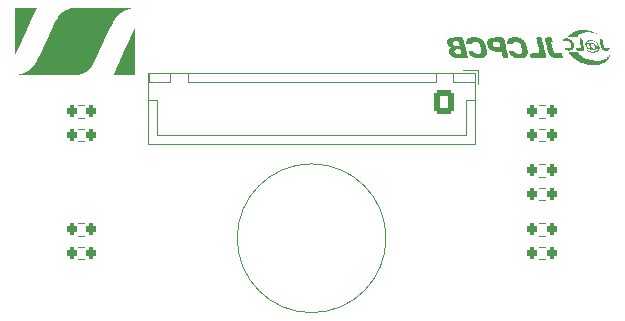
<source format=gbr>
%TF.GenerationSoftware,KiCad,Pcbnew,8.0.1*%
%TF.CreationDate,2024-08-08T23:52:37+09:00*%
%TF.ProjectId,UI-20240325,55492d32-3032-4343-9033-32352e6b6963,rev?*%
%TF.SameCoordinates,Original*%
%TF.FileFunction,Legend,Bot*%
%TF.FilePolarity,Positive*%
%FSLAX46Y46*%
G04 Gerber Fmt 4.6, Leading zero omitted, Abs format (unit mm)*
G04 Created by KiCad (PCBNEW 8.0.1) date 2024-08-08 23:52:37*
%MOMM*%
%LPD*%
G01*
G04 APERTURE LIST*
G04 Aperture macros list*
%AMRoundRect*
0 Rectangle with rounded corners*
0 $1 Rounding radius*
0 $2 $3 $4 $5 $6 $7 $8 $9 X,Y pos of 4 corners*
0 Add a 4 corners polygon primitive as box body*
4,1,4,$2,$3,$4,$5,$6,$7,$8,$9,$2,$3,0*
0 Add four circle primitives for the rounded corners*
1,1,$1+$1,$2,$3*
1,1,$1+$1,$4,$5*
1,1,$1+$1,$6,$7*
1,1,$1+$1,$8,$9*
0 Add four rect primitives between the rounded corners*
20,1,$1+$1,$2,$3,$4,$5,0*
20,1,$1+$1,$4,$5,$6,$7,0*
20,1,$1+$1,$6,$7,$8,$9,0*
20,1,$1+$1,$8,$9,$2,$3,0*%
G04 Aperture macros list end*
%ADD10C,0.000000*%
%ADD11C,0.120000*%
%ADD12O,2.000000X2.700000*%
%ADD13C,3.200000*%
%ADD14R,1.800000X1.800000*%
%ADD15C,1.800000*%
%ADD16RoundRect,0.200000X-0.200000X-0.275000X0.200000X-0.275000X0.200000X0.275000X-0.200000X0.275000X0*%
%ADD17RoundRect,0.200000X0.200000X0.275000X-0.200000X0.275000X-0.200000X-0.275000X0.200000X-0.275000X0*%
%ADD18O,1.700000X1.950000*%
%ADD19RoundRect,0.250000X0.600000X0.725000X-0.600000X0.725000X-0.600000X-0.725000X0.600000X-0.725000X0*%
%ADD20C,1.500000*%
G04 APERTURE END LIST*
D10*
G36*
X22822809Y-3825980D02*
G01*
X22840452Y-3827457D01*
X22856881Y-3829780D01*
X22871635Y-3832960D01*
X22878241Y-3834876D01*
X22884255Y-3837011D01*
X22889621Y-3839367D01*
X22894281Y-3841946D01*
X22898178Y-3844748D01*
X22901253Y-3847777D01*
X22914300Y-3893159D01*
X22938819Y-4000160D01*
X23005984Y-4319397D01*
X23070173Y-4646240D01*
X23090971Y-4762750D01*
X23098809Y-4821444D01*
X23098693Y-4823697D01*
X23098541Y-4824779D01*
X23098318Y-4825830D01*
X23098020Y-4826852D01*
X23097640Y-4827845D01*
X23097175Y-4828810D01*
X23096618Y-4829746D01*
X23095964Y-4830655D01*
X23095208Y-4831536D01*
X23094344Y-4832390D01*
X23093367Y-4833218D01*
X23092273Y-4834020D01*
X23091054Y-4834795D01*
X23089707Y-4835546D01*
X23088226Y-4836271D01*
X23086605Y-4836972D01*
X23084839Y-4837649D01*
X23080851Y-4838932D01*
X23076221Y-4840123D01*
X23070904Y-4841225D01*
X23064858Y-4842243D01*
X23058041Y-4843178D01*
X23050411Y-4844034D01*
X23041924Y-4844815D01*
X23032537Y-4845524D01*
X23022209Y-4846163D01*
X23010896Y-4846737D01*
X22998557Y-4847247D01*
X22985147Y-4847699D01*
X22970626Y-4848094D01*
X22938075Y-4848729D01*
X22900563Y-4849178D01*
X22857749Y-4849466D01*
X22809292Y-4849620D01*
X22754851Y-4849666D01*
X22629118Y-4849842D01*
X22536790Y-4849087D01*
X22501498Y-4847760D01*
X22472573Y-4845480D01*
X22449353Y-4842006D01*
X22431177Y-4837098D01*
X22423774Y-4834031D01*
X22417383Y-4830516D01*
X22411922Y-4826522D01*
X22407309Y-4822019D01*
X22403461Y-4816977D01*
X22400295Y-4811367D01*
X22395679Y-4798320D01*
X22392799Y-4782638D01*
X22390993Y-4764079D01*
X22387962Y-4717374D01*
X22384434Y-4664458D01*
X22599628Y-4659166D01*
X22654023Y-4657667D01*
X22699757Y-4655776D01*
X22737263Y-4653430D01*
X22766977Y-4650567D01*
X22789333Y-4647125D01*
X22797886Y-4645168D01*
X22804763Y-4643043D01*
X22810017Y-4640742D01*
X22813703Y-4638258D01*
X22815875Y-4635582D01*
X22816587Y-4632708D01*
X22815071Y-4620812D01*
X22810744Y-4595418D01*
X22794979Y-4510338D01*
X22744267Y-4246416D01*
X22716486Y-4102383D01*
X22695319Y-3980510D01*
X22687837Y-3931913D01*
X22682752Y-3893693D01*
X22680313Y-3867462D01*
X22680163Y-3859346D01*
X22680767Y-3854833D01*
X22682561Y-3851613D01*
X22685259Y-3848571D01*
X22688803Y-3845709D01*
X22693135Y-3843026D01*
X22698199Y-3840526D01*
X22703936Y-3838209D01*
X22717203Y-3834134D01*
X22732474Y-3830814D01*
X22749290Y-3828260D01*
X22767192Y-3826488D01*
X22785719Y-3825508D01*
X22804411Y-3825334D01*
X22822809Y-3825980D01*
G37*
G36*
X13030752Y-4610218D02*
G01*
X13138693Y-5086228D01*
X13161197Y-5185466D01*
X13202307Y-5377799D01*
X13215740Y-5456444D01*
X13214619Y-5458697D01*
X13213201Y-5460830D01*
X13211429Y-5462845D01*
X13209242Y-5464746D01*
X13206583Y-5466536D01*
X13203391Y-5468218D01*
X13199610Y-5469795D01*
X13195179Y-5471271D01*
X13190040Y-5472649D01*
X13184135Y-5473932D01*
X13177404Y-5475123D01*
X13169789Y-5476225D01*
X13161230Y-5477243D01*
X13151670Y-5478178D01*
X13141049Y-5479034D01*
X13129309Y-5479815D01*
X13116390Y-5480524D01*
X13102235Y-5481163D01*
X13069977Y-5482247D01*
X13032067Y-5483094D01*
X12988032Y-5483729D01*
X12937404Y-5484178D01*
X12879711Y-5484466D01*
X12741253Y-5484666D01*
X12563655Y-5483805D01*
X12418820Y-5480752D01*
X12301311Y-5474806D01*
X12251105Y-5470528D01*
X12205692Y-5465263D01*
X12164393Y-5458923D01*
X12126528Y-5451421D01*
X12091417Y-5442668D01*
X12058380Y-5432576D01*
X12026739Y-5421058D01*
X11995814Y-5408026D01*
X11933392Y-5377069D01*
X11914635Y-5366755D01*
X11896399Y-5355995D01*
X11878689Y-5344795D01*
X11861510Y-5333164D01*
X11844868Y-5321110D01*
X11828767Y-5308639D01*
X11813212Y-5295760D01*
X11798207Y-5282480D01*
X11783758Y-5268808D01*
X11769869Y-5254751D01*
X11756545Y-5240316D01*
X11743791Y-5225512D01*
X11731613Y-5210346D01*
X11720014Y-5194827D01*
X11708999Y-5178961D01*
X11698575Y-5162756D01*
X11688744Y-5146221D01*
X11679512Y-5129363D01*
X11670885Y-5112189D01*
X11662866Y-5094709D01*
X11655461Y-5076928D01*
X11648674Y-5058856D01*
X11642511Y-5040499D01*
X11636976Y-5021866D01*
X11632074Y-5002964D01*
X11627810Y-4983801D01*
X11624189Y-4964384D01*
X11621215Y-4944723D01*
X11618893Y-4924824D01*
X11618075Y-4914930D01*
X12092142Y-4914930D01*
X12092473Y-4928118D01*
X12093470Y-4940895D01*
X12095136Y-4953263D01*
X12097475Y-4965225D01*
X12100491Y-4976782D01*
X12104188Y-4987937D01*
X12108569Y-4998692D01*
X12113639Y-5009050D01*
X12119402Y-5019012D01*
X12125861Y-5028581D01*
X12133020Y-5037760D01*
X12140883Y-5046550D01*
X12149454Y-5054953D01*
X12158737Y-5062973D01*
X12168736Y-5070611D01*
X12179454Y-5077869D01*
X12190896Y-5084750D01*
X12203065Y-5091256D01*
X12215966Y-5097390D01*
X12229601Y-5103153D01*
X12243976Y-5108547D01*
X12259093Y-5113576D01*
X12274957Y-5118241D01*
X12291571Y-5122545D01*
X12308940Y-5126490D01*
X12327068Y-5130077D01*
X12345957Y-5133310D01*
X12365613Y-5136191D01*
X12386039Y-5138722D01*
X12407238Y-5140904D01*
X12451975Y-5144235D01*
X12495187Y-5146371D01*
X12531433Y-5147432D01*
X12561519Y-5147336D01*
X12574504Y-5146828D01*
X12586251Y-5145999D01*
X12596862Y-5144840D01*
X12606436Y-5143340D01*
X12615075Y-5141488D01*
X12622879Y-5139274D01*
X12629950Y-5136689D01*
X12636388Y-5133721D01*
X12642293Y-5130360D01*
X12647767Y-5126596D01*
X12653656Y-5121879D01*
X12656303Y-5119651D01*
X12658750Y-5117463D01*
X12660995Y-5115283D01*
X12663037Y-5113074D01*
X12664875Y-5110802D01*
X12666508Y-5108434D01*
X12667934Y-5105933D01*
X12669152Y-5103267D01*
X12669683Y-5101860D01*
X12670161Y-5100399D01*
X12670959Y-5097296D01*
X12671545Y-5093923D01*
X12671919Y-5090245D01*
X12672077Y-5086228D01*
X12672020Y-5081838D01*
X12671746Y-5077039D01*
X12671254Y-5071797D01*
X12670542Y-5066079D01*
X12669609Y-5059848D01*
X12668454Y-5053070D01*
X12667075Y-5045712D01*
X12665471Y-5037738D01*
X12663642Y-5029114D01*
X12659299Y-5009777D01*
X12654037Y-4987425D01*
X12647844Y-4961781D01*
X12640711Y-4932569D01*
X12632491Y-4898290D01*
X12623899Y-4866037D01*
X12615224Y-4836513D01*
X12606756Y-4810419D01*
X12598785Y-4788460D01*
X12591598Y-4771338D01*
X12588390Y-4764811D01*
X12585487Y-4759756D01*
X12582925Y-4756262D01*
X12580740Y-4754416D01*
X12572322Y-4752245D01*
X12559373Y-4750364D01*
X12522255Y-4747471D01*
X12474141Y-4745734D01*
X12419784Y-4745156D01*
X12363939Y-4745734D01*
X12311361Y-4747471D01*
X12266802Y-4750364D01*
X12249016Y-4752245D01*
X12235017Y-4754416D01*
X12227003Y-4756203D01*
X12219170Y-4758253D01*
X12211521Y-4760561D01*
X12204063Y-4763122D01*
X12196800Y-4765929D01*
X12189737Y-4768977D01*
X12182879Y-4772261D01*
X12176230Y-4775775D01*
X12169796Y-4779515D01*
X12163581Y-4783473D01*
X12157590Y-4787645D01*
X12151829Y-4792026D01*
X12146301Y-4796609D01*
X12141011Y-4801390D01*
X12135966Y-4806363D01*
X12131168Y-4811522D01*
X12126624Y-4816862D01*
X12122338Y-4822377D01*
X12118315Y-4828062D01*
X12114559Y-4833911D01*
X12111076Y-4839920D01*
X12107871Y-4846082D01*
X12104948Y-4852391D01*
X12102312Y-4858844D01*
X12099968Y-4865433D01*
X12097921Y-4872153D01*
X12096175Y-4879000D01*
X12094736Y-4885967D01*
X12093608Y-4893049D01*
X12092797Y-4900240D01*
X12092306Y-4907536D01*
X12092142Y-4914930D01*
X11618075Y-4914930D01*
X11617229Y-4904694D01*
X11616227Y-4884343D01*
X11615892Y-4863777D01*
X11616120Y-4828472D01*
X11616567Y-4813733D01*
X11617380Y-4800608D01*
X11618670Y-4788846D01*
X11620543Y-4778201D01*
X11621733Y-4773219D01*
X11623109Y-4768424D01*
X11624685Y-4763783D01*
X11626475Y-4759267D01*
X11628493Y-4754843D01*
X11630752Y-4750482D01*
X11633265Y-4746151D01*
X11636046Y-4741821D01*
X11642467Y-4733036D01*
X11650122Y-4723879D01*
X11659122Y-4714101D01*
X11669573Y-4703456D01*
X11695267Y-4678569D01*
X11703567Y-4670740D01*
X11711897Y-4663155D01*
X11720200Y-4655849D01*
X11728423Y-4648858D01*
X11744412Y-4635967D01*
X11752069Y-4630138D01*
X11759429Y-4624770D01*
X11766438Y-4619898D01*
X11773041Y-4615558D01*
X11779184Y-4611786D01*
X11784812Y-4608619D01*
X11789873Y-4606093D01*
X11794310Y-4604244D01*
X11798071Y-4603108D01*
X11801100Y-4602721D01*
X11805519Y-4602644D01*
X11809517Y-4602416D01*
X11813097Y-4602040D01*
X11816262Y-4601519D01*
X11819015Y-4600858D01*
X11821359Y-4600059D01*
X11823296Y-4599126D01*
X11824830Y-4598064D01*
X11825964Y-4596874D01*
X11826381Y-4596233D01*
X11826700Y-4595562D01*
X11826920Y-4594861D01*
X11827041Y-4594130D01*
X11826991Y-4592583D01*
X11826551Y-4590922D01*
X11825726Y-4589153D01*
X11824517Y-4587279D01*
X11822929Y-4585303D01*
X11820963Y-4583229D01*
X11818623Y-4581060D01*
X11815911Y-4578800D01*
X11812831Y-4576453D01*
X11809386Y-4574021D01*
X11805577Y-4571509D01*
X11801409Y-4568921D01*
X11796884Y-4566259D01*
X11792005Y-4563527D01*
X11786775Y-4560729D01*
X11781197Y-4557868D01*
X11775273Y-4554948D01*
X11762402Y-4548946D01*
X11748184Y-4542749D01*
X11732617Y-4536042D01*
X11717345Y-4528507D01*
X11702385Y-4520175D01*
X11687754Y-4511078D01*
X11673467Y-4501246D01*
X11659542Y-4490710D01*
X11645995Y-4479499D01*
X11632842Y-4467646D01*
X11620100Y-4455180D01*
X11607785Y-4442133D01*
X11595915Y-4428535D01*
X11584504Y-4414416D01*
X11573570Y-4399808D01*
X11563129Y-4384740D01*
X11553198Y-4369245D01*
X11543793Y-4353352D01*
X11534931Y-4337092D01*
X11526628Y-4320495D01*
X11518900Y-4303593D01*
X11511765Y-4286417D01*
X11505237Y-4268996D01*
X11499335Y-4251362D01*
X11494074Y-4233545D01*
X11491519Y-4223568D01*
X11969052Y-4223568D01*
X11969802Y-4235380D01*
X11971355Y-4247267D01*
X11973701Y-4259190D01*
X11976828Y-4271110D01*
X11980725Y-4282989D01*
X11985381Y-4294788D01*
X11990784Y-4306469D01*
X11996923Y-4317991D01*
X12003787Y-4329317D01*
X12011364Y-4340408D01*
X12019644Y-4351226D01*
X12028614Y-4361730D01*
X12038264Y-4371883D01*
X12048583Y-4381646D01*
X12059558Y-4390980D01*
X12071179Y-4399847D01*
X12083434Y-4408207D01*
X12096312Y-4416021D01*
X12109802Y-4423252D01*
X12123892Y-4429860D01*
X12142629Y-4437252D01*
X12164730Y-4444182D01*
X12189632Y-4450599D01*
X12216772Y-4456456D01*
X12245586Y-4461704D01*
X12275511Y-4466292D01*
X12305983Y-4470173D01*
X12336441Y-4473296D01*
X12366319Y-4475613D01*
X12395055Y-4477075D01*
X12422086Y-4477633D01*
X12446849Y-4477237D01*
X12468780Y-4475839D01*
X12487315Y-4473389D01*
X12501892Y-4469838D01*
X12507520Y-4467635D01*
X12511948Y-4465138D01*
X12513694Y-4463900D01*
X12515295Y-4462493D01*
X12516748Y-4460899D01*
X12518052Y-4459106D01*
X12519207Y-4457096D01*
X12520211Y-4454856D01*
X12521062Y-4452369D01*
X12521759Y-4449621D01*
X12522301Y-4446597D01*
X12522687Y-4443281D01*
X12522916Y-4439658D01*
X12522985Y-4435714D01*
X12522895Y-4431432D01*
X12522643Y-4426797D01*
X12522228Y-4421795D01*
X12521649Y-4416411D01*
X12520904Y-4410628D01*
X12519993Y-4404432D01*
X12517666Y-4390741D01*
X12514657Y-4375216D01*
X12510955Y-4357734D01*
X12506551Y-4338175D01*
X12501433Y-4316417D01*
X12495592Y-4292339D01*
X12489017Y-4265819D01*
X12469780Y-4193775D01*
X12452858Y-4132645D01*
X12439904Y-4088713D01*
X12435433Y-4075160D01*
X12432573Y-4068263D01*
X12431857Y-4067452D01*
X12430707Y-4066672D01*
X12429136Y-4065924D01*
X12427154Y-4065207D01*
X12422004Y-4063872D01*
X12415347Y-4062668D01*
X12407275Y-4061599D01*
X12397877Y-4060667D01*
X12387244Y-4059874D01*
X12375467Y-4059223D01*
X12362635Y-4058717D01*
X12348839Y-4058358D01*
X12318719Y-4058093D01*
X12285829Y-4058448D01*
X12250893Y-4059444D01*
X12201910Y-4061046D01*
X12161320Y-4063330D01*
X12143797Y-4064786D01*
X12127923Y-4066482D01*
X12113547Y-4068442D01*
X12100520Y-4070688D01*
X12088693Y-4073245D01*
X12077914Y-4076135D01*
X12068034Y-4079382D01*
X12058904Y-4083008D01*
X12050373Y-4087038D01*
X12042292Y-4091493D01*
X12034510Y-4096399D01*
X12026878Y-4101777D01*
X12017099Y-4109667D01*
X12008260Y-4118096D01*
X12000349Y-4127027D01*
X11993354Y-4136421D01*
X11987265Y-4146238D01*
X11982071Y-4156440D01*
X11977760Y-4166989D01*
X11974320Y-4177845D01*
X11971741Y-4188969D01*
X11970010Y-4200324D01*
X11969118Y-4211870D01*
X11969052Y-4223568D01*
X11491519Y-4223568D01*
X11489472Y-4215575D01*
X11485543Y-4197485D01*
X11482305Y-4179303D01*
X11479775Y-4161062D01*
X11477969Y-4142791D01*
X11476902Y-4124521D01*
X11476593Y-4106284D01*
X11477056Y-4088109D01*
X11478310Y-4070027D01*
X11480270Y-4053587D01*
X11482854Y-4037665D01*
X11486073Y-4022251D01*
X11489940Y-4007336D01*
X11494469Y-3992911D01*
X11499672Y-3978967D01*
X11505563Y-3965493D01*
X11512154Y-3952480D01*
X11519458Y-3939920D01*
X11527488Y-3927803D01*
X11536257Y-3916119D01*
X11545778Y-3904859D01*
X11556063Y-3894013D01*
X11567127Y-3883574D01*
X11578981Y-3873530D01*
X11591639Y-3863872D01*
X11605113Y-3854592D01*
X11619416Y-3845680D01*
X11634562Y-3837126D01*
X11650564Y-3828922D01*
X11667433Y-3821057D01*
X11685183Y-3813523D01*
X11703828Y-3806309D01*
X11723379Y-3799408D01*
X11743850Y-3792808D01*
X11765254Y-3786502D01*
X11810912Y-3774731D01*
X11860456Y-3764018D01*
X11913989Y-3754291D01*
X11986443Y-3747845D01*
X12104021Y-3743074D01*
X12250000Y-3739997D01*
X12407658Y-3738636D01*
X12560272Y-3739012D01*
X12691120Y-3741144D01*
X12783480Y-3745055D01*
X12810001Y-3747683D01*
X12820628Y-3750763D01*
X12845058Y-3835195D01*
X12894023Y-4031662D01*
X12989512Y-4435714D01*
X13030752Y-4610218D01*
G37*
G36*
X20149873Y-3737827D02*
G01*
X20241337Y-3740483D01*
X20278435Y-3742838D01*
X20307706Y-3745909D01*
X20327599Y-3749719D01*
X20333542Y-3751908D01*
X20336559Y-3754291D01*
X20340956Y-3763152D01*
X20346102Y-3777307D01*
X20358001Y-3818370D01*
X20370976Y-3871214D01*
X20383743Y-3929577D01*
X20395022Y-3987197D01*
X20403532Y-4037808D01*
X20406347Y-4058529D01*
X20407990Y-4075150D01*
X20408299Y-4086887D01*
X20407903Y-4090679D01*
X20407115Y-4092957D01*
X20406562Y-4093960D01*
X20405900Y-4094981D01*
X20405132Y-4096020D01*
X20404262Y-4097074D01*
X20402231Y-4099225D01*
X20399839Y-4101419D01*
X20397115Y-4103644D01*
X20394092Y-4105887D01*
X20390800Y-4108135D01*
X20387271Y-4110376D01*
X20383534Y-4112596D01*
X20379623Y-4114782D01*
X20375566Y-4116922D01*
X20371396Y-4119002D01*
X20367143Y-4121011D01*
X20362838Y-4122933D01*
X20358513Y-4124758D01*
X20354198Y-4126471D01*
X20349592Y-4128556D01*
X20345048Y-4130826D01*
X20340586Y-4133262D01*
X20336228Y-4135842D01*
X20331994Y-4138546D01*
X20327905Y-4141354D01*
X20323981Y-4144245D01*
X20320243Y-4147197D01*
X20316712Y-4150191D01*
X20313408Y-4153205D01*
X20310352Y-4156220D01*
X20307565Y-4159214D01*
X20305067Y-4162166D01*
X20302879Y-4165056D01*
X20301023Y-4167864D01*
X20299517Y-4170569D01*
X20298070Y-4185573D01*
X20300093Y-4211727D01*
X20305211Y-4247529D01*
X20313050Y-4291478D01*
X20335391Y-4397811D01*
X20364120Y-4518716D01*
X20396238Y-4642185D01*
X20428750Y-4756207D01*
X20458656Y-4848774D01*
X20471696Y-4883258D01*
X20482961Y-4907874D01*
X20489470Y-4919539D01*
X20496106Y-4930725D01*
X20502885Y-4941439D01*
X20509820Y-4951689D01*
X20516925Y-4961482D01*
X20524215Y-4970824D01*
X20531704Y-4979723D01*
X20539406Y-4988186D01*
X20547336Y-4996221D01*
X20555507Y-5003833D01*
X20563934Y-5011031D01*
X20572631Y-5017821D01*
X20581612Y-5024211D01*
X20590892Y-5030207D01*
X20600484Y-5035817D01*
X20610403Y-5041048D01*
X20620663Y-5045907D01*
X20631278Y-5050400D01*
X20642263Y-5054536D01*
X20653632Y-5058322D01*
X20665398Y-5061763D01*
X20677577Y-5064868D01*
X20690182Y-5067644D01*
X20703227Y-5070097D01*
X20716728Y-5072235D01*
X20730697Y-5074065D01*
X20760099Y-5076829D01*
X20791548Y-5078445D01*
X20825156Y-5078971D01*
X20854109Y-5078575D01*
X20884798Y-5077456D01*
X20916313Y-5075716D01*
X20947746Y-5073459D01*
X20978187Y-5070789D01*
X21006726Y-5067809D01*
X21032454Y-5064623D01*
X21054462Y-5061333D01*
X21078994Y-5056782D01*
X21089882Y-5055058D01*
X21099909Y-5053698D01*
X21109120Y-5052700D01*
X21117559Y-5052062D01*
X21125268Y-5051780D01*
X21132293Y-5051852D01*
X21138678Y-5052275D01*
X21144465Y-5053047D01*
X21149699Y-5054165D01*
X21154425Y-5055627D01*
X21158685Y-5057431D01*
X21162524Y-5059572D01*
X21165986Y-5062050D01*
X21169114Y-5064860D01*
X21172521Y-5069007D01*
X21176111Y-5074760D01*
X21183746Y-5090647D01*
X21191830Y-5111644D01*
X21200175Y-5136877D01*
X21208593Y-5165468D01*
X21216895Y-5196542D01*
X21232394Y-5262636D01*
X21245165Y-5328152D01*
X21250056Y-5358503D01*
X21253699Y-5386081D01*
X21255905Y-5410011D01*
X21256486Y-5429417D01*
X21255253Y-5443423D01*
X21253897Y-5448127D01*
X21252017Y-5451152D01*
X21250805Y-5452170D01*
X21249160Y-5453237D01*
X21244624Y-5455510D01*
X21238506Y-5457954D01*
X21230906Y-5460550D01*
X21221920Y-5463281D01*
X21211648Y-5466128D01*
X21187635Y-5472098D01*
X21159654Y-5478317D01*
X21128490Y-5484638D01*
X21094928Y-5490919D01*
X21059753Y-5497013D01*
X20990883Y-5505634D01*
X20923854Y-5510993D01*
X20858692Y-5513097D01*
X20795418Y-5511951D01*
X20734056Y-5507559D01*
X20674629Y-5499928D01*
X20617161Y-5489061D01*
X20561675Y-5474965D01*
X20508194Y-5457643D01*
X20456741Y-5437103D01*
X20407340Y-5413348D01*
X20360013Y-5386384D01*
X20314785Y-5356216D01*
X20271677Y-5322850D01*
X20230715Y-5286290D01*
X20191920Y-5246541D01*
X20170749Y-5222440D01*
X20150796Y-5197521D01*
X20131912Y-5171418D01*
X20113951Y-5143767D01*
X20096764Y-5114204D01*
X20080206Y-5082365D01*
X20064128Y-5047885D01*
X20048384Y-5010400D01*
X20032825Y-4969546D01*
X20017305Y-4924958D01*
X20001677Y-4876273D01*
X19985793Y-4823125D01*
X19969506Y-4765150D01*
X19952669Y-4701985D01*
X19935133Y-4633264D01*
X19916753Y-4558624D01*
X19822881Y-4167868D01*
X19769028Y-3928916D01*
X19754730Y-3854894D01*
X19747585Y-3805058D01*
X19746641Y-3774817D01*
X19748198Y-3765611D01*
X19750948Y-3759583D01*
X19754445Y-3757320D01*
X19760838Y-3755163D01*
X19781537Y-3751180D01*
X19811491Y-3747657D01*
X19849147Y-3744617D01*
X19941355Y-3740080D01*
X20045738Y-3737754D01*
X20149873Y-3737827D01*
G37*
G36*
X24144795Y-4597430D02*
G01*
X24145324Y-4609728D01*
X24145556Y-4620908D01*
X24145442Y-4631090D01*
X24144933Y-4640397D01*
X24143979Y-4648949D01*
X24142532Y-4656868D01*
X24140542Y-4664275D01*
X24139328Y-4667825D01*
X24137960Y-4671293D01*
X24136432Y-4674693D01*
X24134738Y-4678041D01*
X24130825Y-4684642D01*
X24126174Y-4691218D01*
X24120735Y-4697889D01*
X24114458Y-4704777D01*
X24107295Y-4712003D01*
X24099197Y-4719690D01*
X24090115Y-4727957D01*
X24077457Y-4738583D01*
X24071054Y-4743431D01*
X24064593Y-4747970D01*
X24058071Y-4752200D01*
X24051481Y-4756122D01*
X24044819Y-4759736D01*
X24038080Y-4763042D01*
X24031258Y-4766041D01*
X24024348Y-4768732D01*
X24017345Y-4771117D01*
X24010243Y-4773195D01*
X24003039Y-4774967D01*
X23995726Y-4776433D01*
X23988299Y-4777594D01*
X23980753Y-4778449D01*
X23973084Y-4778999D01*
X23965285Y-4779245D01*
X23957352Y-4779187D01*
X23949279Y-4778824D01*
X23941062Y-4778158D01*
X23932694Y-4777189D01*
X23915490Y-4774342D01*
X23897623Y-4770286D01*
X23879054Y-4765023D01*
X23859741Y-4758556D01*
X23839642Y-4750888D01*
X23816667Y-4741704D01*
X23807121Y-4738152D01*
X23798715Y-4735289D01*
X23791331Y-4733107D01*
X23784855Y-4731602D01*
X23779169Y-4730770D01*
X23776587Y-4730604D01*
X23774158Y-4730603D01*
X23771869Y-4730769D01*
X23769705Y-4731099D01*
X23767651Y-4731593D01*
X23765693Y-4732250D01*
X23763817Y-4733070D01*
X23762007Y-4734053D01*
X23760250Y-4735197D01*
X23758531Y-4736501D01*
X23755147Y-4739591D01*
X23751741Y-4743316D01*
X23748194Y-4747671D01*
X23744392Y-4752652D01*
X23742572Y-4755066D01*
X23740741Y-4757347D01*
X23738889Y-4759498D01*
X23737006Y-4761520D01*
X23735082Y-4763415D01*
X23733106Y-4765186D01*
X23731068Y-4766834D01*
X23728958Y-4768362D01*
X23726765Y-4769770D01*
X23724480Y-4771062D01*
X23722090Y-4772238D01*
X23719588Y-4773302D01*
X23716961Y-4774254D01*
X23714199Y-4775098D01*
X23711294Y-4775834D01*
X23708233Y-4776465D01*
X23705006Y-4776992D01*
X23701604Y-4777418D01*
X23698016Y-4777744D01*
X23694232Y-4777973D01*
X23690241Y-4778107D01*
X23686032Y-4778147D01*
X23681597Y-4778095D01*
X23676924Y-4777953D01*
X23666823Y-4777408D01*
X23655647Y-4776527D01*
X23643313Y-4775325D01*
X23629739Y-4773819D01*
X23607558Y-4770727D01*
X23585678Y-4766755D01*
X23564118Y-4761925D01*
X23542902Y-4756256D01*
X23522051Y-4749767D01*
X23501584Y-4742479D01*
X23481525Y-4734413D01*
X23461894Y-4725587D01*
X23424003Y-4705739D01*
X23388080Y-4683095D01*
X23354296Y-4657816D01*
X23322823Y-4630062D01*
X23293830Y-4599992D01*
X23280317Y-4584139D01*
X23267488Y-4567767D01*
X23255364Y-4550897D01*
X23243967Y-4533548D01*
X23233318Y-4515741D01*
X23223439Y-4497494D01*
X23214350Y-4478830D01*
X23206073Y-4459766D01*
X23198629Y-4440324D01*
X23192040Y-4420524D01*
X23186327Y-4400385D01*
X23181511Y-4379928D01*
X23177614Y-4359172D01*
X23174656Y-4338138D01*
X23173213Y-4323304D01*
X23172513Y-4308577D01*
X23172546Y-4293972D01*
X23173302Y-4279503D01*
X23174770Y-4265183D01*
X23176939Y-4251027D01*
X23179798Y-4237050D01*
X23183338Y-4223265D01*
X23187546Y-4209687D01*
X23192413Y-4196329D01*
X23197928Y-4183207D01*
X23204081Y-4170334D01*
X23210860Y-4157725D01*
X23218254Y-4145394D01*
X23226254Y-4133354D01*
X23234849Y-4121621D01*
X23244027Y-4110208D01*
X23253779Y-4099129D01*
X23264094Y-4088400D01*
X23274960Y-4078033D01*
X23286368Y-4068044D01*
X23298306Y-4058446D01*
X23310765Y-4049254D01*
X23323732Y-4040482D01*
X23337199Y-4032144D01*
X23351153Y-4024254D01*
X23365585Y-4016826D01*
X23380483Y-4009876D01*
X23395838Y-4003416D01*
X23411638Y-3997461D01*
X23427872Y-3992026D01*
X23444531Y-3987124D01*
X23465295Y-3981954D01*
X23488353Y-3977674D01*
X23513395Y-3974268D01*
X23540112Y-3971718D01*
X23568193Y-3970004D01*
X23597328Y-3969110D01*
X23627207Y-3969016D01*
X23657521Y-3969706D01*
X23687958Y-3971160D01*
X23718210Y-3973361D01*
X23747965Y-3976291D01*
X23776914Y-3979931D01*
X23804747Y-3984264D01*
X23831154Y-3989271D01*
X23855824Y-3994934D01*
X23878448Y-4001235D01*
X23929885Y-4019515D01*
X23978979Y-4040561D01*
X24025660Y-4064290D01*
X24069857Y-4090615D01*
X24111502Y-4119452D01*
X24150524Y-4150715D01*
X24186854Y-4184318D01*
X24220422Y-4220178D01*
X24251158Y-4258208D01*
X24278992Y-4298323D01*
X24303855Y-4340438D01*
X24325676Y-4384468D01*
X24344387Y-4430327D01*
X24359917Y-4477930D01*
X24372197Y-4527192D01*
X24381156Y-4578027D01*
X24382951Y-4594024D01*
X24384042Y-4609923D01*
X24384437Y-4625711D01*
X24384147Y-4641372D01*
X24383179Y-4656892D01*
X24381544Y-4672258D01*
X24379250Y-4687453D01*
X24376306Y-4702464D01*
X24372721Y-4717276D01*
X24368504Y-4731874D01*
X24363665Y-4746245D01*
X24358212Y-4760372D01*
X24345501Y-4787842D01*
X24330444Y-4814168D01*
X24313114Y-4839232D01*
X24293582Y-4862919D01*
X24271921Y-4885113D01*
X24248203Y-4905697D01*
X24222501Y-4924555D01*
X24194887Y-4941571D01*
X24165433Y-4956628D01*
X24150039Y-4963386D01*
X24134212Y-4969610D01*
X24081509Y-4987174D01*
X24026287Y-5000899D01*
X23969086Y-5010871D01*
X23910446Y-5017180D01*
X23850906Y-5019913D01*
X23791008Y-5019158D01*
X23731290Y-5015002D01*
X23672293Y-5007534D01*
X23614557Y-4996841D01*
X23558622Y-4983012D01*
X23505028Y-4966133D01*
X23454315Y-4946294D01*
X23407023Y-4923581D01*
X23363692Y-4898083D01*
X23324862Y-4869888D01*
X23307304Y-4854806D01*
X23291073Y-4839083D01*
X23232864Y-4779110D01*
X23278726Y-4779110D01*
X23283819Y-4779416D01*
X23289788Y-4780313D01*
X23296558Y-4781773D01*
X23304054Y-4783768D01*
X23312201Y-4786270D01*
X23320925Y-4789249D01*
X23330149Y-4792678D01*
X23339800Y-4796529D01*
X23349803Y-4800772D01*
X23360082Y-4805379D01*
X23370562Y-4810322D01*
X23381169Y-4815573D01*
X23391828Y-4821103D01*
X23402463Y-4826884D01*
X23413000Y-4832886D01*
X23423365Y-4839083D01*
X23453234Y-4855844D01*
X23484549Y-4871060D01*
X23517188Y-4884715D01*
X23551026Y-4896795D01*
X23585939Y-4907283D01*
X23621802Y-4916163D01*
X23658492Y-4923421D01*
X23695885Y-4929041D01*
X23733857Y-4933007D01*
X23772284Y-4935304D01*
X23811041Y-4935916D01*
X23850005Y-4934829D01*
X23889052Y-4932025D01*
X23928057Y-4927491D01*
X23966897Y-4921209D01*
X24005448Y-4913166D01*
X24038187Y-4904508D01*
X24068927Y-4894418D01*
X24097652Y-4882912D01*
X24124345Y-4870006D01*
X24136925Y-4863032D01*
X24148992Y-4855715D01*
X24160543Y-4848055D01*
X24171577Y-4840054D01*
X24182092Y-4831715D01*
X24192085Y-4823040D01*
X24201555Y-4814029D01*
X24210500Y-4804687D01*
X24218918Y-4795013D01*
X24226806Y-4785011D01*
X24234164Y-4774682D01*
X24240989Y-4764028D01*
X24247279Y-4753051D01*
X24253032Y-4741753D01*
X24258247Y-4730135D01*
X24262921Y-4718201D01*
X24267052Y-4705951D01*
X24270638Y-4693389D01*
X24273679Y-4680514D01*
X24276170Y-4667331D01*
X24278112Y-4653840D01*
X24279501Y-4640043D01*
X24280336Y-4625943D01*
X24280615Y-4611541D01*
X24279280Y-4573460D01*
X24275313Y-4536004D01*
X24268766Y-4499261D01*
X24259696Y-4463319D01*
X24248155Y-4428266D01*
X24234199Y-4394190D01*
X24217881Y-4361178D01*
X24199255Y-4329319D01*
X24178377Y-4298700D01*
X24155299Y-4269408D01*
X24130077Y-4241533D01*
X24102765Y-4215162D01*
X24073417Y-4190382D01*
X24042086Y-4167282D01*
X24008829Y-4145949D01*
X23973698Y-4126471D01*
X23954092Y-4116475D01*
X23936081Y-4107603D01*
X23919356Y-4099779D01*
X23903611Y-4092930D01*
X23888537Y-4086980D01*
X23873828Y-4081854D01*
X23859176Y-4077477D01*
X23844273Y-4073775D01*
X23828811Y-4070672D01*
X23812485Y-4068094D01*
X23794985Y-4065966D01*
X23776005Y-4064212D01*
X23755236Y-4062757D01*
X23732372Y-4061528D01*
X23679129Y-4059444D01*
X23627480Y-4057914D01*
X23585091Y-4057459D01*
X23566801Y-4057712D01*
X23550144Y-4058327D01*
X23534893Y-4059335D01*
X23520819Y-4060767D01*
X23507697Y-4062653D01*
X23495298Y-4065025D01*
X23483395Y-4067913D01*
X23471761Y-4071350D01*
X23460168Y-4075365D01*
X23448390Y-4079990D01*
X23423365Y-4091194D01*
X23415023Y-4095713D01*
X23406573Y-4100640D01*
X23398072Y-4105929D01*
X23389575Y-4111533D01*
X23381141Y-4117406D01*
X23372825Y-4123502D01*
X23364685Y-4129773D01*
X23356778Y-4136173D01*
X23349160Y-4142656D01*
X23341888Y-4149175D01*
X23335019Y-4155683D01*
X23328611Y-4162135D01*
X23322719Y-4168484D01*
X23317400Y-4174682D01*
X23312712Y-4180684D01*
X23308712Y-4186444D01*
X23301268Y-4199784D01*
X23294799Y-4213648D01*
X23289290Y-4227990D01*
X23284724Y-4242764D01*
X23281083Y-4257926D01*
X23278353Y-4273431D01*
X23276516Y-4289232D01*
X23275556Y-4305286D01*
X23275457Y-4321546D01*
X23276201Y-4337968D01*
X23277773Y-4354505D01*
X23280155Y-4371115D01*
X23283333Y-4387749D01*
X23287288Y-4404365D01*
X23297467Y-4437357D01*
X23310560Y-4469729D01*
X23326437Y-4501119D01*
X23344964Y-4531165D01*
X23355181Y-4545571D01*
X23366011Y-4559506D01*
X23377437Y-4572924D01*
X23389445Y-4585780D01*
X23402016Y-4598029D01*
X23415134Y-4609625D01*
X23428784Y-4620524D01*
X23442948Y-4630680D01*
X23457610Y-4640048D01*
X23472753Y-4648583D01*
X23483402Y-4653874D01*
X23494113Y-4658504D01*
X23504783Y-4662473D01*
X23515307Y-4665780D01*
X23525584Y-4668426D01*
X23535509Y-4670411D01*
X23544980Y-4671734D01*
X23553892Y-4672395D01*
X23562143Y-4672395D01*
X23569630Y-4671734D01*
X23576248Y-4670411D01*
X23579199Y-4669501D01*
X23581894Y-4668426D01*
X23584321Y-4667186D01*
X23586466Y-4665780D01*
X23588316Y-4664209D01*
X23589859Y-4662473D01*
X23591082Y-4660571D01*
X23591971Y-4658504D01*
X23592514Y-4656272D01*
X23592698Y-4653874D01*
X23592209Y-4650793D01*
X23590775Y-4645596D01*
X23585256Y-4629318D01*
X23576513Y-4605970D01*
X23564917Y-4576484D01*
X23550840Y-4541788D01*
X23534655Y-4502814D01*
X23516734Y-4460491D01*
X23497448Y-4415749D01*
X23484148Y-4385763D01*
X23645615Y-4385763D01*
X23646028Y-4398278D01*
X23647246Y-4410991D01*
X23649236Y-4423864D01*
X23651967Y-4436857D01*
X23655406Y-4449932D01*
X23659521Y-4463049D01*
X23669648Y-4489254D01*
X23682089Y-4515159D01*
X23696588Y-4540451D01*
X23712885Y-4564819D01*
X23730722Y-4587949D01*
X23749841Y-4609529D01*
X23769982Y-4629245D01*
X23790889Y-4646786D01*
X23812302Y-4661839D01*
X23823118Y-4668335D01*
X23833963Y-4674091D01*
X23844806Y-4679069D01*
X23855614Y-4683230D01*
X23866354Y-4686534D01*
X23876996Y-4688942D01*
X23887505Y-4690416D01*
X23897851Y-4690916D01*
X23911188Y-4690599D01*
X23923441Y-4689624D01*
X23929170Y-4688877D01*
X23934639Y-4687951D01*
X23939853Y-4686841D01*
X23944814Y-4685542D01*
X23949528Y-4684049D01*
X23953997Y-4682357D01*
X23958226Y-4680462D01*
X23962219Y-4678359D01*
X23965979Y-4676042D01*
X23969510Y-4673507D01*
X23972817Y-4670750D01*
X23975903Y-4667765D01*
X23978771Y-4664547D01*
X23981427Y-4661092D01*
X23983873Y-4657395D01*
X23986114Y-4653450D01*
X23988153Y-4649254D01*
X23989995Y-4644801D01*
X23991643Y-4640086D01*
X23993101Y-4635105D01*
X23994373Y-4629853D01*
X23995462Y-4624324D01*
X23996374Y-4618515D01*
X23997111Y-4612419D01*
X23998077Y-4599352D01*
X23998392Y-4585083D01*
X23997636Y-4566481D01*
X23995734Y-4548079D01*
X23992738Y-4529921D01*
X23988701Y-4512050D01*
X23983676Y-4494511D01*
X23977715Y-4477349D01*
X23970871Y-4460607D01*
X23963197Y-4444330D01*
X23954745Y-4428562D01*
X23945568Y-4413347D01*
X23935719Y-4398729D01*
X23925249Y-4384754D01*
X23914213Y-4371464D01*
X23902662Y-4358905D01*
X23890649Y-4347120D01*
X23878227Y-4336154D01*
X23865449Y-4326051D01*
X23852366Y-4316855D01*
X23839033Y-4308610D01*
X23825500Y-4301362D01*
X23811822Y-4295153D01*
X23798050Y-4290029D01*
X23784238Y-4286033D01*
X23770437Y-4283209D01*
X23756701Y-4281603D01*
X23743083Y-4281258D01*
X23729634Y-4282219D01*
X23716408Y-4284529D01*
X23703457Y-4288233D01*
X23690834Y-4293375D01*
X23678591Y-4300000D01*
X23666781Y-4308152D01*
X23665789Y-4309055D01*
X23664799Y-4310109D01*
X23663813Y-4311307D01*
X23662833Y-4312644D01*
X23660898Y-4315717D01*
X23659009Y-4319286D01*
X23657182Y-4323310D01*
X23655433Y-4327748D01*
X23653777Y-4332557D01*
X23652229Y-4337697D01*
X23650805Y-4343127D01*
X23649521Y-4348804D01*
X23648392Y-4354688D01*
X23647434Y-4360738D01*
X23646661Y-4366911D01*
X23646090Y-4373168D01*
X23645736Y-4379465D01*
X23645615Y-4385763D01*
X23484148Y-4385763D01*
X23400434Y-4197027D01*
X23462170Y-4197027D01*
X23468820Y-4197190D01*
X23475516Y-4197668D01*
X23482223Y-4198446D01*
X23488904Y-4199507D01*
X23495523Y-4200838D01*
X23502044Y-4202422D01*
X23508430Y-4204244D01*
X23514646Y-4206287D01*
X23520655Y-4208538D01*
X23526421Y-4210980D01*
X23531908Y-4213597D01*
X23537080Y-4216375D01*
X23541901Y-4219297D01*
X23546334Y-4222348D01*
X23550343Y-4225514D01*
X23553892Y-4228777D01*
X23559511Y-4234358D01*
X23564527Y-4239195D01*
X23569043Y-4243288D01*
X23571144Y-4245055D01*
X23573157Y-4246636D01*
X23575096Y-4248032D01*
X23576972Y-4249241D01*
X23578799Y-4250264D01*
X23580588Y-4251101D01*
X23582353Y-4251752D01*
X23584106Y-4252217D01*
X23585860Y-4252496D01*
X23587627Y-4252589D01*
X23589419Y-4252496D01*
X23591250Y-4252217D01*
X23593133Y-4251752D01*
X23595078Y-4251101D01*
X23597100Y-4250264D01*
X23599211Y-4249241D01*
X23601423Y-4248032D01*
X23603750Y-4246636D01*
X23606202Y-4245055D01*
X23608795Y-4243288D01*
X23614447Y-4239195D01*
X23620807Y-4234358D01*
X23627976Y-4228777D01*
X23632517Y-4225514D01*
X23637518Y-4222348D01*
X23642944Y-4219297D01*
X23648756Y-4216375D01*
X23654921Y-4213597D01*
X23661400Y-4210980D01*
X23668158Y-4208538D01*
X23675160Y-4206287D01*
X23682368Y-4204244D01*
X23689746Y-4202422D01*
X23697259Y-4200838D01*
X23704870Y-4199507D01*
X23712543Y-4198446D01*
X23720242Y-4197668D01*
X23727931Y-4197190D01*
X23735573Y-4197027D01*
X23753953Y-4197610D01*
X23772357Y-4199334D01*
X23790745Y-4202162D01*
X23809081Y-4206057D01*
X23827325Y-4210981D01*
X23845438Y-4216898D01*
X23863383Y-4223770D01*
X23881121Y-4231561D01*
X23898614Y-4240232D01*
X23915822Y-4249748D01*
X23932709Y-4260070D01*
X23949234Y-4271162D01*
X23965361Y-4282987D01*
X23981049Y-4295506D01*
X23996262Y-4308684D01*
X24010960Y-4322484D01*
X24025105Y-4336867D01*
X24038659Y-4351797D01*
X24051583Y-4367236D01*
X24063839Y-4383148D01*
X24075388Y-4399496D01*
X24086192Y-4416241D01*
X24096212Y-4433348D01*
X24105411Y-4450779D01*
X24113749Y-4468497D01*
X24121188Y-4486464D01*
X24127690Y-4504643D01*
X24133216Y-4522998D01*
X24137728Y-4541492D01*
X24141188Y-4560086D01*
X24143556Y-4578745D01*
X24143976Y-4585083D01*
X24144795Y-4597430D01*
G37*
G36*
X-14979963Y-1226908D02*
G01*
X-15128130Y-1252308D01*
X-15238667Y-1271879D01*
X-15286399Y-1281116D01*
X-15330205Y-1290210D01*
X-15370911Y-1299329D01*
X-15409340Y-1308640D01*
X-15446319Y-1318311D01*
X-15482671Y-1328508D01*
X-15553043Y-1350214D01*
X-15622995Y-1374605D01*
X-15692421Y-1401614D01*
X-15761211Y-1431175D01*
X-15829257Y-1463219D01*
X-15896451Y-1497679D01*
X-15962683Y-1534488D01*
X-16027845Y-1573579D01*
X-16091829Y-1614883D01*
X-16154527Y-1658333D01*
X-16215829Y-1703863D01*
X-16275627Y-1751403D01*
X-16333814Y-1800888D01*
X-16390279Y-1852250D01*
X-16444915Y-1905421D01*
X-16497613Y-1960333D01*
X-16536334Y-2002844D01*
X-16571241Y-2042949D01*
X-16603086Y-2081665D01*
X-16618093Y-2100820D01*
X-16632617Y-2120009D01*
X-16646749Y-2139360D01*
X-16660585Y-2158998D01*
X-16687741Y-2199649D01*
X-16714835Y-2242979D01*
X-16742617Y-2290004D01*
X-16762955Y-2326797D01*
X-16789928Y-2377474D01*
X-16857182Y-2507558D01*
X-16931182Y-2654410D01*
X-16998734Y-2792183D01*
X-17321459Y-3473022D01*
X-17831113Y-4562246D01*
X-18186944Y-5322964D01*
X-18405656Y-5781512D01*
X-18477978Y-5927067D01*
X-18533284Y-6032593D01*
X-18577329Y-6109929D01*
X-18615867Y-6170913D01*
X-18642710Y-6209428D01*
X-18671758Y-6247906D01*
X-18702887Y-6286236D01*
X-18735971Y-6324305D01*
X-18770885Y-6362002D01*
X-18807502Y-6399215D01*
X-18845697Y-6435833D01*
X-18885345Y-6471744D01*
X-18926320Y-6506836D01*
X-18968497Y-6540999D01*
X-19011749Y-6574119D01*
X-19055952Y-6606086D01*
X-19100979Y-6636788D01*
X-19146706Y-6666113D01*
X-19193006Y-6693951D01*
X-19239754Y-6720188D01*
X-19300986Y-6751778D01*
X-19364580Y-6781620D01*
X-19429576Y-6809354D01*
X-19495011Y-6834620D01*
X-19559926Y-6857058D01*
X-19623359Y-6876308D01*
X-19654220Y-6884626D01*
X-19684349Y-6892012D01*
X-19713627Y-6898421D01*
X-19741934Y-6903808D01*
X-19775064Y-6909142D01*
X-19812331Y-6913859D01*
X-19857288Y-6918002D01*
X-19913491Y-6921610D01*
X-19984493Y-6924725D01*
X-20073848Y-6927388D01*
X-20185111Y-6929641D01*
X-20321834Y-6931523D01*
X-20685881Y-6934344D01*
X-21194422Y-6936178D01*
X-22758713Y-6938204D01*
X-25102921Y-6940321D01*
X-24954754Y-6914921D01*
X-24843158Y-6894804D01*
X-24797080Y-6885797D01*
X-24755325Y-6877019D01*
X-24716273Y-6868117D01*
X-24678306Y-6858738D01*
X-24639806Y-6848528D01*
X-24599154Y-6837134D01*
X-24552586Y-6823167D01*
X-24505979Y-6807873D01*
X-24459383Y-6791279D01*
X-24412846Y-6773410D01*
X-24366419Y-6754292D01*
X-24320148Y-6733949D01*
X-24274084Y-6712408D01*
X-24228275Y-6689694D01*
X-24182770Y-6665833D01*
X-24137617Y-6640851D01*
X-24092866Y-6614772D01*
X-24048565Y-6587623D01*
X-24004764Y-6559429D01*
X-23961510Y-6530216D01*
X-23918854Y-6500009D01*
X-23876843Y-6468833D01*
X-23845550Y-6444586D01*
X-23814249Y-6419341D01*
X-23783042Y-6393204D01*
X-23752033Y-6366282D01*
X-23721325Y-6338682D01*
X-23691021Y-6310508D01*
X-23661224Y-6281868D01*
X-23632036Y-6252867D01*
X-23603562Y-6223612D01*
X-23575904Y-6194209D01*
X-23549166Y-6164764D01*
X-23523450Y-6135384D01*
X-23498859Y-6106174D01*
X-23475497Y-6077241D01*
X-23453467Y-6048690D01*
X-23432871Y-6020629D01*
X-23408757Y-5985530D01*
X-23382931Y-5945073D01*
X-23354625Y-5897694D01*
X-23323069Y-5841829D01*
X-23287495Y-5775915D01*
X-23247134Y-5698388D01*
X-23148974Y-5502244D01*
X-23022437Y-5240889D01*
X-22861371Y-4901814D01*
X-22659627Y-4472512D01*
X-22411050Y-3940475D01*
X-21963541Y-2983461D01*
X-21697998Y-2424016D01*
X-21553503Y-2136232D01*
X-21507610Y-2054866D01*
X-21469134Y-1994200D01*
X-21450239Y-1967039D01*
X-21429921Y-1939583D01*
X-21408255Y-1911909D01*
X-21385319Y-1884092D01*
X-21361189Y-1856210D01*
X-21335942Y-1828340D01*
X-21309655Y-1800559D01*
X-21282404Y-1772942D01*
X-21254267Y-1745567D01*
X-21225319Y-1718511D01*
X-21195638Y-1691851D01*
X-21165301Y-1665662D01*
X-21134384Y-1640022D01*
X-21102964Y-1615008D01*
X-21071117Y-1590696D01*
X-21038921Y-1567163D01*
X-20994644Y-1536599D01*
X-20948870Y-1507079D01*
X-20901816Y-1478691D01*
X-20853697Y-1451523D01*
X-20804728Y-1425663D01*
X-20755125Y-1401200D01*
X-20705103Y-1378223D01*
X-20654879Y-1356819D01*
X-20604667Y-1337076D01*
X-20554682Y-1319084D01*
X-20505141Y-1302931D01*
X-20456259Y-1288705D01*
X-20408252Y-1276494D01*
X-20361334Y-1266387D01*
X-20315721Y-1258472D01*
X-20271630Y-1252837D01*
X-20169203Y-1245775D01*
X-20000002Y-1239997D01*
X-19751475Y-1235397D01*
X-19411072Y-1231869D01*
X-18404432Y-1227611D01*
X-16879671Y-1226379D01*
X-14979963Y-1226908D01*
G37*
G36*
X22624323Y-5073680D02*
G01*
X22679028Y-5137878D01*
X22737932Y-5198826D01*
X22800975Y-5256498D01*
X22868098Y-5310868D01*
X22939241Y-5361909D01*
X23014346Y-5409597D01*
X23093352Y-5453906D01*
X23176200Y-5494808D01*
X23262830Y-5532280D01*
X23353184Y-5566294D01*
X23447202Y-5596825D01*
X23544825Y-5623848D01*
X23645992Y-5647336D01*
X23750645Y-5667263D01*
X23858724Y-5683604D01*
X23970170Y-5696333D01*
X24080962Y-5704362D01*
X24188351Y-5706658D01*
X24292201Y-5703274D01*
X24392373Y-5694266D01*
X24488732Y-5679686D01*
X24581141Y-5659591D01*
X24669461Y-5634033D01*
X24753557Y-5603067D01*
X24833292Y-5566748D01*
X24908528Y-5525129D01*
X24979129Y-5478265D01*
X25044957Y-5426210D01*
X25105876Y-5369018D01*
X25161749Y-5306744D01*
X25212439Y-5239442D01*
X25257809Y-5167166D01*
X25275279Y-5136894D01*
X25282261Y-5125428D01*
X25288098Y-5116482D01*
X25292809Y-5110109D01*
X25294748Y-5107904D01*
X25296411Y-5106363D01*
X25297802Y-5105493D01*
X25298923Y-5105300D01*
X25299776Y-5105791D01*
X25300363Y-5106973D01*
X25300686Y-5108853D01*
X25300748Y-5111437D01*
X25300551Y-5114732D01*
X25300098Y-5118745D01*
X25298429Y-5128952D01*
X25295760Y-5142113D01*
X25292110Y-5158281D01*
X25287495Y-5177512D01*
X25275448Y-5225374D01*
X25264941Y-5263150D01*
X25253264Y-5300082D01*
X25240411Y-5336174D01*
X25226379Y-5371429D01*
X25211166Y-5405851D01*
X25194767Y-5439443D01*
X25177178Y-5472208D01*
X25158397Y-5504151D01*
X25138420Y-5535275D01*
X25117243Y-5565584D01*
X25094862Y-5595080D01*
X25071274Y-5623769D01*
X25046476Y-5651652D01*
X25020464Y-5678734D01*
X24993234Y-5705018D01*
X24964783Y-5730508D01*
X24935107Y-5755207D01*
X24904203Y-5779120D01*
X24872067Y-5802248D01*
X24838696Y-5824597D01*
X24768233Y-5866969D01*
X24692786Y-5906263D01*
X24612326Y-5942508D01*
X24526825Y-5975733D01*
X24436255Y-6005966D01*
X24340587Y-6033235D01*
X24295962Y-6043778D01*
X24247101Y-6052917D01*
X24194518Y-6060656D01*
X24138732Y-6066997D01*
X24080258Y-6071943D01*
X24019614Y-6075496D01*
X23957316Y-6077659D01*
X23893882Y-6078435D01*
X23829827Y-6077826D01*
X23765669Y-6075834D01*
X23701925Y-6072463D01*
X23639110Y-6067714D01*
X23577743Y-6061591D01*
X23518339Y-6054095D01*
X23461416Y-6045231D01*
X23407489Y-6034999D01*
X23288256Y-6007701D01*
X23172048Y-5976770D01*
X23058957Y-5942253D01*
X22949071Y-5904196D01*
X22842483Y-5862645D01*
X22739282Y-5817648D01*
X22639559Y-5769251D01*
X22543404Y-5717499D01*
X22450908Y-5662440D01*
X22362161Y-5604121D01*
X22277254Y-5542587D01*
X22196277Y-5477886D01*
X22119320Y-5410063D01*
X22046473Y-5339166D01*
X21977829Y-5265240D01*
X21913476Y-5188332D01*
X21892316Y-5160920D01*
X21871528Y-5133404D01*
X21851650Y-5106508D01*
X21833219Y-5080956D01*
X21816772Y-5057471D01*
X21802847Y-5036776D01*
X21791981Y-5019595D01*
X21784712Y-5006652D01*
X21756489Y-4955499D01*
X22529073Y-4955499D01*
X22624323Y-5073680D01*
G37*
G36*
X24523816Y-3827905D02*
G01*
X24541233Y-3828808D01*
X24557538Y-3830198D01*
X24572290Y-3832067D01*
X24585048Y-3834413D01*
X24595369Y-3837228D01*
X24599478Y-3838811D01*
X24602811Y-3840509D01*
X24605315Y-3842322D01*
X24606934Y-3844249D01*
X24608230Y-3847467D01*
X24610107Y-3853706D01*
X24615450Y-3874594D01*
X24622654Y-3905610D01*
X24631408Y-3945452D01*
X24641402Y-3992819D01*
X24652327Y-4046407D01*
X24663871Y-4104915D01*
X24675726Y-4167041D01*
X24700672Y-4293720D01*
X24721835Y-4395327D01*
X24740063Y-4474898D01*
X24756203Y-4535473D01*
X24763755Y-4559587D01*
X24771103Y-4580091D01*
X24778353Y-4597365D01*
X24785610Y-4611789D01*
X24792982Y-4623743D01*
X24800572Y-4633607D01*
X24808489Y-4641760D01*
X24816837Y-4648583D01*
X24822550Y-4652241D01*
X24828437Y-4655611D01*
X24834486Y-4658693D01*
X24840684Y-4661488D01*
X24847019Y-4663996D01*
X24853478Y-4666217D01*
X24866722Y-4669804D01*
X24880317Y-4672255D01*
X24894165Y-4673573D01*
X24908169Y-4673765D01*
X24922229Y-4672836D01*
X24936248Y-4670791D01*
X24950128Y-4667634D01*
X24963769Y-4663371D01*
X24977075Y-4658008D01*
X24989947Y-4651550D01*
X24996189Y-4647911D01*
X25002286Y-4644001D01*
X25008226Y-4639819D01*
X25013995Y-4635366D01*
X25019583Y-4630644D01*
X25024976Y-4625652D01*
X25074365Y-4578027D01*
X25148448Y-4620360D01*
X25184535Y-4639846D01*
X25199022Y-4648080D01*
X25211259Y-4655528D01*
X25221335Y-4662356D01*
X25225592Y-4665589D01*
X25229342Y-4668729D01*
X25232598Y-4671797D01*
X25235370Y-4674813D01*
X25237670Y-4677799D01*
X25239509Y-4680773D01*
X25240898Y-4683759D01*
X25241849Y-4686775D01*
X25242373Y-4689843D01*
X25242482Y-4692983D01*
X25242186Y-4696216D01*
X25241497Y-4699563D01*
X25240426Y-4703044D01*
X25238985Y-4706681D01*
X25235036Y-4714501D01*
X25229742Y-4723190D01*
X25223191Y-4732912D01*
X25215476Y-4743832D01*
X25205051Y-4757335D01*
X25193654Y-4770060D01*
X25181335Y-4782005D01*
X25168147Y-4793166D01*
X25154140Y-4803543D01*
X25139364Y-4813131D01*
X25123872Y-4821928D01*
X25107713Y-4829932D01*
X25090940Y-4837141D01*
X25073602Y-4843551D01*
X25055752Y-4849160D01*
X25037440Y-4853965D01*
X25018717Y-4857965D01*
X24999634Y-4861155D01*
X24980243Y-4863535D01*
X24960594Y-4865100D01*
X24940738Y-4865849D01*
X24920726Y-4865779D01*
X24900610Y-4864887D01*
X24880440Y-4863171D01*
X24860268Y-4860628D01*
X24840144Y-4857255D01*
X24820119Y-4853051D01*
X24800245Y-4848012D01*
X24780573Y-4842136D01*
X24761153Y-4835420D01*
X24742037Y-4827862D01*
X24723275Y-4819459D01*
X24704919Y-4810209D01*
X24687020Y-4800108D01*
X24669628Y-4789155D01*
X24652795Y-4777347D01*
X24644178Y-4770771D01*
X24635845Y-4763916D01*
X24627780Y-4756737D01*
X24619967Y-4749193D01*
X24612390Y-4741241D01*
X24605034Y-4732838D01*
X24597883Y-4723941D01*
X24590921Y-4714508D01*
X24584132Y-4704496D01*
X24577500Y-4693863D01*
X24571010Y-4682566D01*
X24564645Y-4670562D01*
X24558391Y-4657809D01*
X24552230Y-4644264D01*
X24546147Y-4629884D01*
X24540127Y-4614628D01*
X24528210Y-4581312D01*
X24516352Y-4543976D01*
X24504427Y-4502278D01*
X24492309Y-4455878D01*
X24479870Y-4404434D01*
X24466984Y-4347605D01*
X24453524Y-4285051D01*
X24439365Y-4216430D01*
X24404362Y-4037450D01*
X24393042Y-3973778D01*
X24385566Y-3924947D01*
X24381728Y-3889180D01*
X24381109Y-3875640D01*
X24381322Y-3864699D01*
X24382340Y-3856136D01*
X24384140Y-3849727D01*
X24386693Y-3845251D01*
X24389976Y-3842485D01*
X24393356Y-3840568D01*
X24397509Y-3838784D01*
X24407907Y-3835616D01*
X24420730Y-3832974D01*
X24435534Y-3830855D01*
X24451878Y-3829252D01*
X24469320Y-3828161D01*
X24487418Y-3827576D01*
X24505731Y-3827492D01*
X24523816Y-3827905D01*
G37*
G36*
X13858081Y-3724463D02*
G01*
X13900716Y-3727217D01*
X13941607Y-3730864D01*
X13980194Y-3735400D01*
X14015915Y-3740820D01*
X14048210Y-3747119D01*
X14076518Y-3754291D01*
X14124294Y-3769286D01*
X14170996Y-3786447D01*
X14216540Y-3805706D01*
X14260844Y-3826996D01*
X14303825Y-3850250D01*
X14345400Y-3875400D01*
X14385487Y-3902379D01*
X14424003Y-3931121D01*
X14460866Y-3961557D01*
X14495992Y-3993622D01*
X14529299Y-4027247D01*
X14560704Y-4062365D01*
X14590126Y-4098910D01*
X14617480Y-4136814D01*
X14642684Y-4176009D01*
X14665656Y-4216430D01*
X14681302Y-4248309D01*
X14697647Y-4287664D01*
X14714436Y-4333411D01*
X14731416Y-4384468D01*
X14764937Y-4498180D01*
X14796184Y-4620140D01*
X14823131Y-4741686D01*
X14843754Y-4854158D01*
X14851060Y-4904285D01*
X14856025Y-4948895D01*
X14858396Y-4986906D01*
X14857920Y-5017235D01*
X14854375Y-5049370D01*
X14849055Y-5080607D01*
X14841990Y-5110927D01*
X14833215Y-5140311D01*
X14822762Y-5168741D01*
X14810663Y-5196197D01*
X14796952Y-5222660D01*
X14781660Y-5248112D01*
X14764820Y-5272532D01*
X14746465Y-5295903D01*
X14726628Y-5318204D01*
X14705340Y-5339417D01*
X14682636Y-5359523D01*
X14658547Y-5378503D01*
X14633106Y-5396338D01*
X14606345Y-5413008D01*
X14578298Y-5428495D01*
X14548997Y-5442779D01*
X14518474Y-5455842D01*
X14486763Y-5467664D01*
X14453895Y-5478227D01*
X14419903Y-5487511D01*
X14384821Y-5495497D01*
X14348680Y-5502167D01*
X14311513Y-5507501D01*
X14273353Y-5511479D01*
X14234233Y-5514084D01*
X14194184Y-5515296D01*
X14153241Y-5515096D01*
X14111434Y-5513465D01*
X14068798Y-5510383D01*
X14025364Y-5505833D01*
X13990906Y-5500658D01*
X13954423Y-5494533D01*
X13917030Y-5487663D01*
X13879844Y-5480256D01*
X13843980Y-5472518D01*
X13810556Y-5464657D01*
X13780687Y-5456878D01*
X13755489Y-5449388D01*
X13717124Y-5435062D01*
X13679501Y-5418616D01*
X13642740Y-5400166D01*
X13606964Y-5379825D01*
X13572294Y-5357705D01*
X13538851Y-5333922D01*
X13506757Y-5308589D01*
X13476133Y-5281819D01*
X13447101Y-5253726D01*
X13419782Y-5224423D01*
X13394297Y-5194026D01*
X13370768Y-5162646D01*
X13349317Y-5130398D01*
X13330064Y-5097396D01*
X13313132Y-5063753D01*
X13298641Y-5029583D01*
X13289385Y-5004275D01*
X13285755Y-4993779D01*
X13282794Y-4984548D01*
X13280506Y-4976455D01*
X13278891Y-4969369D01*
X13277954Y-4963162D01*
X13277696Y-4957704D01*
X13277823Y-4955216D01*
X13278120Y-4952866D01*
X13278589Y-4950640D01*
X13279229Y-4948519D01*
X13280041Y-4946490D01*
X13281025Y-4944534D01*
X13282182Y-4942637D01*
X13283511Y-4940782D01*
X13286690Y-4937133D01*
X13290563Y-4933457D01*
X13295135Y-4929627D01*
X13300406Y-4925513D01*
X13305224Y-4922639D01*
X13311089Y-4919970D01*
X13318014Y-4917502D01*
X13326010Y-4915233D01*
X13335092Y-4913160D01*
X13345272Y-4911281D01*
X13356562Y-4909594D01*
X13368977Y-4908095D01*
X13382529Y-4906782D01*
X13397230Y-4905652D01*
X13413094Y-4904704D01*
X13430134Y-4903933D01*
X13448363Y-4903338D01*
X13467792Y-4902917D01*
X13510308Y-4902583D01*
X13684934Y-4902583D01*
X13774892Y-4997832D01*
X13788308Y-5011736D01*
X13800861Y-5024394D01*
X13812680Y-5035884D01*
X13823895Y-5046284D01*
X13834634Y-5055671D01*
X13845027Y-5064123D01*
X13855203Y-5071717D01*
X13865291Y-5078530D01*
X13875421Y-5084641D01*
X13885721Y-5090127D01*
X13896320Y-5095064D01*
X13907349Y-5099532D01*
X13918936Y-5103606D01*
X13931210Y-5107366D01*
X13944300Y-5110888D01*
X13958337Y-5114249D01*
X13983224Y-5119295D01*
X14008198Y-5123196D01*
X14033134Y-5125966D01*
X14057914Y-5127616D01*
X14082414Y-5128161D01*
X14106514Y-5127613D01*
X14130091Y-5125984D01*
X14153026Y-5123289D01*
X14175195Y-5119540D01*
X14196479Y-5114749D01*
X14216754Y-5108929D01*
X14235901Y-5102095D01*
X14253797Y-5094258D01*
X14270321Y-5085431D01*
X14285352Y-5075627D01*
X14298767Y-5064860D01*
X14307588Y-5056629D01*
X14315863Y-5048122D01*
X14323590Y-5039313D01*
X14330772Y-5030175D01*
X14337409Y-5020680D01*
X14343501Y-5010802D01*
X14349049Y-5000512D01*
X14354054Y-4989785D01*
X14358516Y-4978592D01*
X14362437Y-4966908D01*
X14365816Y-4954704D01*
X14368654Y-4941953D01*
X14370953Y-4928629D01*
X14372712Y-4914704D01*
X14373932Y-4900151D01*
X14374614Y-4884944D01*
X14374759Y-4869054D01*
X14374367Y-4852455D01*
X14373439Y-4835119D01*
X14371975Y-4817020D01*
X14369977Y-4798131D01*
X14367444Y-4778423D01*
X14360779Y-4736446D01*
X14351984Y-4690873D01*
X14341066Y-4641486D01*
X14328029Y-4588068D01*
X14312878Y-4530402D01*
X14298039Y-4480711D01*
X14281311Y-4434170D01*
X14262707Y-4390786D01*
X14242240Y-4350568D01*
X14219923Y-4313522D01*
X14208075Y-4296192D01*
X14195769Y-4279658D01*
X14183007Y-4263920D01*
X14169791Y-4248981D01*
X14156122Y-4234841D01*
X14142002Y-4221501D01*
X14127432Y-4208962D01*
X14112414Y-4197225D01*
X14096950Y-4186290D01*
X14081041Y-4176160D01*
X14064689Y-4166835D01*
X14047895Y-4158315D01*
X14030661Y-4150602D01*
X14012990Y-4143697D01*
X13994881Y-4137601D01*
X13976338Y-4132314D01*
X13957361Y-4127838D01*
X13937952Y-4124174D01*
X13918113Y-4121322D01*
X13897846Y-4119284D01*
X13877151Y-4118060D01*
X13856031Y-4117652D01*
X13830656Y-4118382D01*
X13806735Y-4119936D01*
X13784194Y-4122353D01*
X13762958Y-4125672D01*
X13742952Y-4129932D01*
X13724101Y-4135170D01*
X13706330Y-4141427D01*
X13689564Y-4148741D01*
X13673728Y-4157150D01*
X13658748Y-4166693D01*
X13644547Y-4177409D01*
X13631053Y-4189338D01*
X13618188Y-4202516D01*
X13605879Y-4216984D01*
X13594051Y-4232781D01*
X13582629Y-4249944D01*
X13538531Y-4320499D01*
X13339212Y-4320499D01*
X13292335Y-4320169D01*
X13250935Y-4319176D01*
X13215033Y-4317523D01*
X13184651Y-4315208D01*
X13159809Y-4312231D01*
X13149471Y-4310495D01*
X13140526Y-4308593D01*
X13132977Y-4306526D01*
X13126825Y-4304293D01*
X13122074Y-4301896D01*
X13118726Y-4299333D01*
X13117579Y-4298047D01*
X13116453Y-4296511D01*
X13115350Y-4294731D01*
X13114271Y-4292715D01*
X13112187Y-4288004D01*
X13110209Y-4282438D01*
X13108345Y-4276076D01*
X13106602Y-4268978D01*
X13104989Y-4261203D01*
X13103512Y-4252810D01*
X13102180Y-4243859D01*
X13101000Y-4234410D01*
X13099981Y-4224521D01*
X13099130Y-4214252D01*
X13098454Y-4203664D01*
X13097962Y-4192814D01*
X13097661Y-4181762D01*
X13097559Y-4170569D01*
X13098965Y-4130158D01*
X13100723Y-4110650D01*
X13103185Y-4091607D01*
X13106350Y-4073029D01*
X13110221Y-4054917D01*
X13114796Y-4037269D01*
X13120076Y-4020087D01*
X13126061Y-4003370D01*
X13132753Y-3987117D01*
X13140150Y-3971330D01*
X13148253Y-3956008D01*
X13157064Y-3941151D01*
X13166581Y-3926759D01*
X13176805Y-3912832D01*
X13187738Y-3899371D01*
X13199378Y-3886374D01*
X13211726Y-3873843D01*
X13224783Y-3861776D01*
X13238549Y-3850175D01*
X13253025Y-3839039D01*
X13268210Y-3828367D01*
X13284104Y-3818161D01*
X13300709Y-3808420D01*
X13318025Y-3799144D01*
X13336051Y-3790333D01*
X13374238Y-3774107D01*
X13415272Y-3759741D01*
X13459156Y-3747235D01*
X13488394Y-3740765D01*
X13521495Y-3735239D01*
X13557898Y-3730655D01*
X13597043Y-3727006D01*
X13638368Y-3724287D01*
X13681313Y-3722493D01*
X13769821Y-3721659D01*
X13858081Y-3724463D01*
G37*
G36*
X-23536919Y-1226578D02*
G01*
X-23264067Y-1228496D01*
X-23271501Y-1245239D01*
X-23291782Y-1289416D01*
X-23321887Y-1354330D01*
X-23358788Y-1433283D01*
X-23673113Y-2106912D01*
X-24294884Y-3440412D01*
X-24806588Y-4538433D01*
X-25113505Y-5194071D01*
X-25114085Y-5194275D01*
X-25114635Y-5192565D01*
X-25115648Y-5182569D01*
X-25117350Y-5130430D01*
X-25118667Y-5024304D01*
X-25119657Y-4850840D01*
X-25120872Y-4248491D01*
X-25121442Y-3216575D01*
X-25121442Y-1225851D01*
X-24192755Y-1225851D01*
X-23536919Y-1226578D01*
G37*
G36*
X-14964344Y-3108774D02*
G01*
X-14962831Y-3523227D01*
X-14961443Y-4946950D01*
X-14961443Y-6940850D01*
X-16823050Y-6940850D01*
X-16760609Y-6806971D01*
X-16423000Y-6083600D01*
X-15781650Y-4707767D01*
X-14966205Y-2961517D01*
X-14964344Y-3108774D01*
G37*
G36*
X21633396Y-3811855D02*
G01*
X21654457Y-3812804D01*
X21674634Y-3814236D01*
X21693633Y-3816153D01*
X21711159Y-3818559D01*
X21726918Y-3821456D01*
X21740614Y-3824846D01*
X21776805Y-3837578D01*
X21812517Y-3852535D01*
X21847604Y-3869584D01*
X21881918Y-3888594D01*
X21915313Y-3909434D01*
X21947641Y-3931972D01*
X21978754Y-3956075D01*
X22008505Y-3981612D01*
X22036748Y-4008451D01*
X22063334Y-4036461D01*
X22088116Y-4065510D01*
X22110948Y-4095466D01*
X22131682Y-4126196D01*
X22150171Y-4157570D01*
X22166267Y-4189456D01*
X22179823Y-4221721D01*
X22187966Y-4245829D01*
X22195191Y-4271045D01*
X22201492Y-4297155D01*
X22206860Y-4323944D01*
X22211287Y-4351199D01*
X22214766Y-4378704D01*
X22217290Y-4406246D01*
X22218849Y-4433609D01*
X22219437Y-4460579D01*
X22219045Y-4486942D01*
X22217667Y-4512484D01*
X22215294Y-4536989D01*
X22211918Y-4560244D01*
X22207532Y-4582034D01*
X22202128Y-4602144D01*
X22195698Y-4620360D01*
X22188363Y-4636487D01*
X22180265Y-4652119D01*
X22171423Y-4667247D01*
X22161860Y-4681862D01*
X22151597Y-4695955D01*
X22140655Y-4709518D01*
X22129055Y-4722540D01*
X22116819Y-4735013D01*
X22103968Y-4746928D01*
X22090523Y-4758276D01*
X22076506Y-4769048D01*
X22061938Y-4779234D01*
X22046841Y-4788827D01*
X22031235Y-4797815D01*
X22015142Y-4806192D01*
X21998583Y-4813947D01*
X21981580Y-4821072D01*
X21964154Y-4827557D01*
X21946326Y-4833394D01*
X21928117Y-4838573D01*
X21909549Y-4843085D01*
X21890644Y-4846922D01*
X21871422Y-4850074D01*
X21851905Y-4852532D01*
X21832114Y-4854288D01*
X21812070Y-4855331D01*
X21791795Y-4855654D01*
X21771310Y-4855247D01*
X21750637Y-4854101D01*
X21729796Y-4852207D01*
X21708809Y-4849555D01*
X21687698Y-4846138D01*
X21669510Y-4842541D01*
X21650177Y-4837784D01*
X21629961Y-4831988D01*
X21609122Y-4825275D01*
X21587921Y-4817766D01*
X21566620Y-4809582D01*
X21545479Y-4800846D01*
X21524759Y-4791678D01*
X21504721Y-4782200D01*
X21485626Y-4772534D01*
X21467735Y-4762800D01*
X21451309Y-4753121D01*
X21436609Y-4743617D01*
X21423897Y-4734410D01*
X21413432Y-4725622D01*
X21405476Y-4717374D01*
X21404546Y-4716170D01*
X21403740Y-4714873D01*
X21403060Y-4713484D01*
X21402506Y-4712003D01*
X21402078Y-4710430D01*
X21401778Y-4708766D01*
X21401606Y-4707011D01*
X21401562Y-4705165D01*
X21401647Y-4703228D01*
X21401863Y-4701202D01*
X21402208Y-4699085D01*
X21402685Y-4696879D01*
X21403294Y-4694584D01*
X21404035Y-4692200D01*
X21404909Y-4689728D01*
X21405917Y-4687168D01*
X21407059Y-4684519D01*
X21408336Y-4681783D01*
X21409749Y-4678960D01*
X21411298Y-4676050D01*
X21414808Y-4669971D01*
X21418870Y-4663548D01*
X21423491Y-4656784D01*
X21428675Y-4649681D01*
X21434427Y-4642243D01*
X21440753Y-4634471D01*
X21493670Y-4570971D01*
X21569517Y-4611541D01*
X21588448Y-4621438D01*
X21607189Y-4630302D01*
X21625719Y-4638140D01*
X21644014Y-4644962D01*
X21662050Y-4650778D01*
X21679805Y-4655596D01*
X21697255Y-4659427D01*
X21714377Y-4662280D01*
X21731147Y-4664164D01*
X21747543Y-4665088D01*
X21763540Y-4665063D01*
X21779117Y-4664096D01*
X21794249Y-4662198D01*
X21808914Y-4659377D01*
X21823087Y-4655644D01*
X21836746Y-4651008D01*
X21849868Y-4645478D01*
X21862430Y-4639062D01*
X21874407Y-4631772D01*
X21885777Y-4623616D01*
X21896517Y-4614603D01*
X21906603Y-4604743D01*
X21916012Y-4594046D01*
X21924720Y-4582519D01*
X21932706Y-4570174D01*
X21939944Y-4557019D01*
X21946413Y-4543064D01*
X21952088Y-4528318D01*
X21956947Y-4512790D01*
X21960966Y-4496490D01*
X21964122Y-4479427D01*
X21966392Y-4461610D01*
X21968163Y-4429125D01*
X21967581Y-4396612D01*
X21964729Y-4364248D01*
X21959695Y-4332213D01*
X21952562Y-4300683D01*
X21943417Y-4269839D01*
X21932344Y-4239858D01*
X21919429Y-4210918D01*
X21904756Y-4183197D01*
X21888412Y-4156874D01*
X21870482Y-4132128D01*
X21851050Y-4109136D01*
X21830203Y-4088076D01*
X21808025Y-4069128D01*
X21784601Y-4052469D01*
X21760017Y-4038277D01*
X21742021Y-4029905D01*
X21723206Y-4022650D01*
X21703745Y-4016511D01*
X21683812Y-4011488D01*
X21663578Y-4007581D01*
X21643218Y-4004791D01*
X21622904Y-4003116D01*
X21602811Y-4002558D01*
X21583109Y-4003116D01*
X21563974Y-4004791D01*
X21545578Y-4007581D01*
X21528093Y-4011488D01*
X21511694Y-4016511D01*
X21496554Y-4022650D01*
X21482844Y-4029905D01*
X21476580Y-4033952D01*
X21470739Y-4038277D01*
X21461434Y-4045364D01*
X21452191Y-4051975D01*
X21443237Y-4057966D01*
X21434800Y-4063192D01*
X21430847Y-4065473D01*
X21427107Y-4067509D01*
X21423611Y-4069281D01*
X21420386Y-4070771D01*
X21417461Y-4071962D01*
X21414864Y-4072835D01*
X21412623Y-4073372D01*
X21410767Y-4073555D01*
X21409859Y-4073468D01*
X21408790Y-4073209D01*
X21407566Y-4072782D01*
X21406192Y-4072191D01*
X21403016Y-4070532D01*
X21399302Y-4068263D01*
X21395092Y-4065416D01*
X21390427Y-4062021D01*
X21385349Y-4058109D01*
X21379899Y-4053711D01*
X21374118Y-4048859D01*
X21368048Y-4043582D01*
X21361730Y-4037914D01*
X21355205Y-4031883D01*
X21348514Y-4025522D01*
X21341700Y-4018860D01*
X21334803Y-4011931D01*
X21327865Y-4004763D01*
X21260837Y-3935971D01*
X21320809Y-3893638D01*
X21327000Y-3888971D01*
X21333628Y-3884250D01*
X21340633Y-3879503D01*
X21347956Y-3874759D01*
X21363318Y-3865392D01*
X21379238Y-3856376D01*
X21395240Y-3847939D01*
X21410850Y-3840308D01*
X21425591Y-3833711D01*
X21432488Y-3830871D01*
X21438989Y-3828374D01*
X21452686Y-3824633D01*
X21468445Y-3821350D01*
X21485971Y-3818526D01*
X21504970Y-3816165D01*
X21525147Y-3814269D01*
X21546208Y-3812840D01*
X21567858Y-3811882D01*
X21589802Y-3811397D01*
X21611746Y-3811387D01*
X21633396Y-3811855D01*
G37*
G36*
X23103522Y-3106337D02*
G01*
X23184657Y-3109789D01*
X23219201Y-3112453D01*
X23248740Y-3115763D01*
X23300340Y-3124410D01*
X23361904Y-3136654D01*
X23430496Y-3151792D01*
X23503180Y-3169121D01*
X23577023Y-3187938D01*
X23649087Y-3207540D01*
X23716439Y-3227226D01*
X23776142Y-3246291D01*
X23843360Y-3269586D01*
X23917336Y-3297058D01*
X23993090Y-3326596D01*
X24065641Y-3356093D01*
X24130005Y-3383440D01*
X24181203Y-3406529D01*
X24214252Y-3423252D01*
X24222414Y-3428566D01*
X24224131Y-3430347D01*
X24224170Y-3431499D01*
X24223624Y-3431768D01*
X24222655Y-3431916D01*
X24219492Y-3431861D01*
X24214768Y-3431356D01*
X24208571Y-3430424D01*
X24192110Y-3427375D01*
X24170812Y-3422900D01*
X24145381Y-3417185D01*
X24116518Y-3410415D01*
X24084926Y-3402777D01*
X24051309Y-3394458D01*
X23952309Y-3370646D01*
X23856358Y-3350147D01*
X23763404Y-3332965D01*
X23673396Y-3319106D01*
X23586281Y-3308576D01*
X23502009Y-3301378D01*
X23420527Y-3297519D01*
X23341785Y-3297003D01*
X23265729Y-3299835D01*
X23192309Y-3306022D01*
X23121473Y-3315567D01*
X23053168Y-3328477D01*
X22987345Y-3344756D01*
X22923950Y-3364409D01*
X22862932Y-3387442D01*
X22804240Y-3413860D01*
X22786217Y-3422742D01*
X22769120Y-3431582D01*
X22752840Y-3440463D01*
X22737267Y-3449469D01*
X22722294Y-3458681D01*
X22707811Y-3468183D01*
X22693711Y-3478056D01*
X22679885Y-3488385D01*
X22666225Y-3499250D01*
X22652621Y-3510736D01*
X22638965Y-3522925D01*
X22625150Y-3535899D01*
X22611065Y-3549742D01*
X22596604Y-3564535D01*
X22581656Y-3580362D01*
X22566115Y-3597305D01*
X22454990Y-3720777D01*
X22070462Y-3720777D01*
X21922102Y-3719537D01*
X21800366Y-3716147D01*
X21753461Y-3713801D01*
X21717987Y-3711103D01*
X21695535Y-3708116D01*
X21689690Y-3706534D01*
X21687698Y-3704902D01*
X21687851Y-3703916D01*
X21688307Y-3702619D01*
X21690095Y-3699128D01*
X21693000Y-3694499D01*
X21696958Y-3688806D01*
X21701909Y-3682121D01*
X21707790Y-3674516D01*
X21722094Y-3656836D01*
X21739374Y-3636345D01*
X21759135Y-3613621D01*
X21780881Y-3589243D01*
X21804114Y-3563791D01*
X21842676Y-3523881D01*
X21882917Y-3485535D01*
X21924781Y-3448786D01*
X21968211Y-3413667D01*
X22013150Y-3380212D01*
X22059541Y-3348455D01*
X22107327Y-3318429D01*
X22156451Y-3290168D01*
X22206857Y-3263705D01*
X22258488Y-3239073D01*
X22311287Y-3216308D01*
X22365196Y-3195441D01*
X22420160Y-3176507D01*
X22476122Y-3159540D01*
X22533023Y-3144572D01*
X22590809Y-3131638D01*
X22617557Y-3126886D01*
X22649682Y-3122564D01*
X22727097Y-3115267D01*
X22817121Y-3109872D01*
X22913821Y-3106503D01*
X23011266Y-3105283D01*
X23103522Y-3106337D01*
G37*
G36*
X19315915Y-3737227D02*
G01*
X19351256Y-3738854D01*
X19383507Y-3741310D01*
X19411583Y-3744603D01*
X19434398Y-3748741D01*
X19450868Y-3753731D01*
X19456383Y-3756549D01*
X19459906Y-3759583D01*
X19462335Y-3763888D01*
X19465618Y-3772033D01*
X19474513Y-3798994D01*
X19486137Y-3838771D01*
X19500035Y-3889669D01*
X19515751Y-3949993D01*
X19532832Y-4018047D01*
X19550822Y-4092138D01*
X19569267Y-4170569D01*
X19766823Y-4997832D01*
X19807282Y-5170280D01*
X19839142Y-5315112D01*
X19850814Y-5372469D01*
X19859096Y-5417280D01*
X19863575Y-5447662D01*
X19864259Y-5456855D01*
X19863837Y-5461735D01*
X19862690Y-5463508D01*
X19860864Y-5465189D01*
X19858300Y-5466781D01*
X19854938Y-5468284D01*
X19850720Y-5469701D01*
X19845586Y-5471033D01*
X19839477Y-5472282D01*
X19832335Y-5473449D01*
X19814712Y-5475544D01*
X19792244Y-5477331D01*
X19764459Y-5478824D01*
X19730884Y-5480036D01*
X19691045Y-5480978D01*
X19644470Y-5481665D01*
X19590687Y-5482109D01*
X19529221Y-5482323D01*
X19381354Y-5482113D01*
X19197086Y-5481138D01*
X18539156Y-5475846D01*
X18498586Y-5310041D01*
X18488492Y-5267205D01*
X18480672Y-5230942D01*
X18475084Y-5200714D01*
X18473114Y-5187696D01*
X18471687Y-5175985D01*
X18470798Y-5165515D01*
X18470440Y-5156217D01*
X18470610Y-5148026D01*
X18471302Y-5140873D01*
X18472510Y-5134691D01*
X18474230Y-5129414D01*
X18476456Y-5124975D01*
X18479184Y-5121305D01*
X18480899Y-5119527D01*
X18483085Y-5117829D01*
X18485768Y-5116210D01*
X18488975Y-5114666D01*
X18492732Y-5113196D01*
X18497067Y-5111798D01*
X18502004Y-5110468D01*
X18507572Y-5109206D01*
X18520702Y-5106872D01*
X18536669Y-5104779D01*
X18555685Y-5102908D01*
X18577962Y-5101241D01*
X18603711Y-5099760D01*
X18633145Y-5098447D01*
X18666475Y-5097283D01*
X18703914Y-5096252D01*
X18791964Y-5094512D01*
X18898989Y-5093083D01*
X19297629Y-5087791D01*
X19302920Y-5041930D01*
X19302808Y-5034214D01*
X19301201Y-5020549D01*
X19293797Y-4976721D01*
X19281309Y-4913131D01*
X19264335Y-4832468D01*
X19243475Y-4737418D01*
X19219328Y-4630668D01*
X19163573Y-4392819D01*
X19109416Y-4157532D01*
X19066338Y-3960445D01*
X19038805Y-3822559D01*
X19032263Y-3782379D01*
X19031281Y-3764874D01*
X19033522Y-3761660D01*
X19037839Y-3758633D01*
X19044096Y-3755794D01*
X19052158Y-3753144D01*
X19073154Y-3748414D01*
X19099742Y-3744452D01*
X19130836Y-3741265D01*
X19165350Y-3738860D01*
X19202201Y-3737247D01*
X19240302Y-3736432D01*
X19278568Y-3736422D01*
X19315915Y-3737227D01*
G37*
G36*
X16470335Y-4609556D02*
G01*
X16600780Y-5185218D01*
X16641890Y-5377727D01*
X16655322Y-5456444D01*
X16654415Y-5458542D01*
X16653333Y-5460539D01*
X16652057Y-5462438D01*
X16650568Y-5464240D01*
X16648847Y-5465947D01*
X16646873Y-5467563D01*
X16644629Y-5469089D01*
X16642093Y-5470527D01*
X16639248Y-5471880D01*
X16636073Y-5473150D01*
X16632549Y-5474339D01*
X16628657Y-5475450D01*
X16624378Y-5476485D01*
X16619691Y-5477445D01*
X16614579Y-5478334D01*
X16609020Y-5479154D01*
X16602997Y-5479906D01*
X16596489Y-5480593D01*
X16589477Y-5481218D01*
X16581942Y-5481782D01*
X16565224Y-5482739D01*
X16546182Y-5483481D01*
X16524658Y-5484026D01*
X16500500Y-5484394D01*
X16473550Y-5484601D01*
X16443655Y-5484666D01*
X16394177Y-5484332D01*
X16351437Y-5483316D01*
X16315229Y-5481596D01*
X16285347Y-5479154D01*
X16261582Y-5475967D01*
X16251930Y-5474088D01*
X16243730Y-5472016D01*
X16236956Y-5469746D01*
X16231583Y-5467278D01*
X16227584Y-5464609D01*
X16224934Y-5461735D01*
X16222687Y-5458493D01*
X16219942Y-5452826D01*
X16216737Y-5444876D01*
X16213110Y-5434781D01*
X16204749Y-5408715D01*
X16195168Y-5375746D01*
X16184678Y-5336988D01*
X16173588Y-5293560D01*
X16162209Y-5246575D01*
X16150850Y-5197152D01*
X16092642Y-4955499D01*
X15852754Y-4955499D01*
X15784202Y-4954788D01*
X15719321Y-4952623D01*
X15657940Y-4948953D01*
X15599883Y-4943731D01*
X15544979Y-4936906D01*
X15493054Y-4928431D01*
X15443935Y-4918256D01*
X15397449Y-4906331D01*
X15353423Y-4892608D01*
X15311684Y-4877037D01*
X15272058Y-4859570D01*
X15234372Y-4840157D01*
X15198454Y-4818750D01*
X15164130Y-4795299D01*
X15131228Y-4769755D01*
X15099573Y-4742069D01*
X15075098Y-4717746D01*
X15051359Y-4690613D01*
X15028473Y-4660957D01*
X15006555Y-4629070D01*
X14985723Y-4595239D01*
X14966093Y-4559754D01*
X14947780Y-4522905D01*
X14930901Y-4484982D01*
X14915573Y-4446273D01*
X14901911Y-4407068D01*
X14890032Y-4367656D01*
X14880052Y-4328326D01*
X14875206Y-4304624D01*
X15355337Y-4304624D01*
X15355448Y-4317334D01*
X15355809Y-4329081D01*
X15356465Y-4339975D01*
X15357459Y-4350127D01*
X15358836Y-4359649D01*
X15360639Y-4368651D01*
X15362912Y-4377246D01*
X15365700Y-4385543D01*
X15369045Y-4393654D01*
X15372993Y-4401690D01*
X15377587Y-4409762D01*
X15382870Y-4417982D01*
X15388887Y-4426460D01*
X15395682Y-4435307D01*
X15403299Y-4444635D01*
X15411781Y-4454555D01*
X15426577Y-4470650D01*
X15441347Y-4485257D01*
X15448792Y-4492029D01*
X15456313Y-4498459D01*
X15463940Y-4504559D01*
X15471698Y-4510338D01*
X15479617Y-4515807D01*
X15487724Y-4520976D01*
X15496046Y-4525856D01*
X15504613Y-4530457D01*
X15513450Y-4534789D01*
X15522586Y-4538863D01*
X15532050Y-4542689D01*
X15541868Y-4546277D01*
X15552068Y-4549638D01*
X15562679Y-4552781D01*
X15573727Y-4555718D01*
X15585241Y-4558459D01*
X15609778Y-4563392D01*
X15636511Y-4567664D01*
X15665663Y-4571357D01*
X15697455Y-4574554D01*
X15732110Y-4577338D01*
X15769850Y-4579791D01*
X15850062Y-4584201D01*
X15882343Y-4585496D01*
X15909831Y-4585965D01*
X15932844Y-4585441D01*
X15951700Y-4583760D01*
X15959668Y-4582433D01*
X15966716Y-4580756D01*
X15972883Y-4578706D01*
X15978210Y-4576263D01*
X15982736Y-4573407D01*
X15986500Y-4570117D01*
X15989543Y-4566372D01*
X15991904Y-4562152D01*
X15993623Y-4557436D01*
X15994740Y-4552203D01*
X15995294Y-4546432D01*
X15995325Y-4540103D01*
X15993978Y-4525689D01*
X15991015Y-4508794D01*
X15981517Y-4466902D01*
X15956381Y-4354234D01*
X15941829Y-4288556D01*
X15928600Y-4227013D01*
X15898615Y-4091194D01*
X15727517Y-4091194D01*
X15692043Y-4091590D01*
X15656383Y-4092710D01*
X15621508Y-4094449D01*
X15588390Y-4096706D01*
X15558001Y-4099376D01*
X15531312Y-4102356D01*
X15509294Y-4105542D01*
X15492920Y-4108833D01*
X15484455Y-4111422D01*
X15476259Y-4114229D01*
X15468332Y-4117255D01*
X15460674Y-4120501D01*
X15453284Y-4123968D01*
X15446163Y-4127657D01*
X15439311Y-4131569D01*
X15432727Y-4135704D01*
X15426412Y-4140065D01*
X15420366Y-4144651D01*
X15414589Y-4149464D01*
X15409080Y-4154504D01*
X15403840Y-4159773D01*
X15398869Y-4165272D01*
X15394166Y-4171002D01*
X15389732Y-4176963D01*
X15385567Y-4183156D01*
X15381671Y-4189583D01*
X15378043Y-4196245D01*
X15374684Y-4203142D01*
X15371594Y-4210275D01*
X15368773Y-4217646D01*
X15366220Y-4225255D01*
X15363936Y-4233104D01*
X15361920Y-4241193D01*
X15360174Y-4249523D01*
X15358696Y-4258095D01*
X15357487Y-4266911D01*
X15356546Y-4275970D01*
X15355874Y-4285275D01*
X15355471Y-4294826D01*
X15355337Y-4304624D01*
X14875206Y-4304624D01*
X14872087Y-4289369D01*
X14866254Y-4251074D01*
X14862669Y-4213729D01*
X14861448Y-4177624D01*
X14862056Y-4160968D01*
X14863835Y-4143514D01*
X14866715Y-4125414D01*
X14870626Y-4106821D01*
X14875498Y-4087886D01*
X14881261Y-4068763D01*
X14887846Y-4049603D01*
X14895182Y-4030560D01*
X14903201Y-4011785D01*
X14911832Y-3993432D01*
X14921006Y-3975652D01*
X14930653Y-3958599D01*
X14940703Y-3942424D01*
X14951086Y-3927279D01*
X14961732Y-3913319D01*
X14972572Y-3900694D01*
X14983964Y-3889148D01*
X14996895Y-3877698D01*
X15011252Y-3866397D01*
X15026922Y-3855301D01*
X15043791Y-3844463D01*
X15061745Y-3833938D01*
X15080671Y-3823780D01*
X15100455Y-3814043D01*
X15120982Y-3804781D01*
X15142140Y-3796049D01*
X15163815Y-3787901D01*
X15185893Y-3780391D01*
X15208260Y-3773573D01*
X15230803Y-3767503D01*
X15253408Y-3762233D01*
X15275961Y-3757819D01*
X15351171Y-3750642D01*
X15477127Y-3745058D01*
X15635288Y-3741168D01*
X15807112Y-3739077D01*
X15974058Y-3738888D01*
X16117584Y-3740703D01*
X16219149Y-3744627D01*
X16248402Y-3747412D01*
X16260211Y-3750763D01*
X16284641Y-3834689D01*
X16333606Y-4030918D01*
X16453923Y-4540103D01*
X16470335Y-4609556D01*
G37*
G36*
X17329776Y-3727677D02*
G01*
X17373667Y-3729376D01*
X17413092Y-3731984D01*
X17447970Y-3735522D01*
X17478218Y-3740011D01*
X17503753Y-3745471D01*
X17550490Y-3758709D01*
X17597277Y-3775137D01*
X17643872Y-3794557D01*
X17690036Y-3816771D01*
X17735528Y-3841579D01*
X17780108Y-3868782D01*
X17823536Y-3898181D01*
X17865571Y-3929577D01*
X17905973Y-3962772D01*
X17944501Y-3997566D01*
X17980917Y-4033761D01*
X18014978Y-4071157D01*
X18046445Y-4109556D01*
X18075078Y-4148758D01*
X18100636Y-4188564D01*
X18122878Y-4228777D01*
X18135655Y-4256569D01*
X18149354Y-4291040D01*
X18178579Y-4376310D01*
X18208672Y-4477165D01*
X18237752Y-4586185D01*
X18263938Y-4695949D01*
X18285349Y-4799037D01*
X18300104Y-4888027D01*
X18304398Y-4924917D01*
X18306323Y-4955499D01*
X18306800Y-4980114D01*
X18306257Y-5004337D01*
X18304706Y-5028146D01*
X18302161Y-5051521D01*
X18298634Y-5074441D01*
X18294137Y-5096886D01*
X18288685Y-5118835D01*
X18282290Y-5140267D01*
X18274964Y-5161161D01*
X18266721Y-5181497D01*
X18257574Y-5201255D01*
X18247536Y-5220413D01*
X18236618Y-5238951D01*
X18224836Y-5256849D01*
X18212200Y-5274084D01*
X18198725Y-5290638D01*
X18173175Y-5319275D01*
X18146704Y-5345687D01*
X18119180Y-5369924D01*
X18104980Y-5381242D01*
X18090467Y-5392034D01*
X18075623Y-5402307D01*
X18060431Y-5412067D01*
X18044875Y-5421320D01*
X18028937Y-5430071D01*
X18012602Y-5438328D01*
X17995853Y-5446097D01*
X17978671Y-5453382D01*
X17961042Y-5460192D01*
X17924370Y-5472406D01*
X17885704Y-5482788D01*
X17844909Y-5491388D01*
X17801851Y-5498253D01*
X17756395Y-5503434D01*
X17708406Y-5506980D01*
X17657751Y-5508939D01*
X17604295Y-5509360D01*
X17547037Y-5507906D01*
X17492254Y-5504840D01*
X17439817Y-5500121D01*
X17389597Y-5493706D01*
X17341465Y-5485555D01*
X17295291Y-5475626D01*
X17250946Y-5463878D01*
X17208302Y-5450270D01*
X17167229Y-5434760D01*
X17127597Y-5417307D01*
X17089278Y-5397870D01*
X17052143Y-5376407D01*
X17016061Y-5352877D01*
X16980905Y-5327239D01*
X16946544Y-5299451D01*
X16912850Y-5269471D01*
X16895695Y-5252207D01*
X16878709Y-5233632D01*
X16862024Y-5213967D01*
X16845767Y-5193431D01*
X16830069Y-5172244D01*
X16815058Y-5150626D01*
X16800863Y-5128796D01*
X16787614Y-5106973D01*
X16775440Y-5085378D01*
X16764470Y-5064230D01*
X16754833Y-5043748D01*
X16746659Y-5024153D01*
X16740076Y-5005664D01*
X16735215Y-4988500D01*
X16732203Y-4972881D01*
X16731170Y-4959027D01*
X16731267Y-4954520D01*
X16731575Y-4950254D01*
X16732119Y-4946224D01*
X16732924Y-4942422D01*
X16734014Y-4938842D01*
X16735414Y-4935478D01*
X16737150Y-4932323D01*
X16739245Y-4929372D01*
X16741726Y-4926616D01*
X16744617Y-4924051D01*
X16747942Y-4921669D01*
X16751727Y-4919464D01*
X16755996Y-4917429D01*
X16760775Y-4915559D01*
X16766088Y-4913846D01*
X16771960Y-4912284D01*
X16778416Y-4910867D01*
X16785481Y-4909588D01*
X16793179Y-4908441D01*
X16801536Y-4907420D01*
X16810577Y-4906517D01*
X16820325Y-4905726D01*
X16830807Y-4905042D01*
X16842047Y-4904457D01*
X16854070Y-4903965D01*
X16866900Y-4903559D01*
X16895084Y-4902982D01*
X16926798Y-4902674D01*
X16962240Y-4902583D01*
X17020565Y-4902693D01*
X17065041Y-4903465D01*
X17082926Y-4904305D01*
X17098355Y-4905559D01*
X17111666Y-4907309D01*
X17123195Y-4909638D01*
X17133276Y-4912629D01*
X17142246Y-4916363D01*
X17150441Y-4920924D01*
X17158197Y-4926395D01*
X17165849Y-4932858D01*
X17173734Y-4940396D01*
X17191545Y-4959027D01*
X17201846Y-4970806D01*
X17211444Y-4982150D01*
X17220132Y-4992792D01*
X17227705Y-5002463D01*
X17233954Y-5010893D01*
X17238674Y-5017814D01*
X17240396Y-5020625D01*
X17241658Y-5022958D01*
X17242434Y-5024779D01*
X17242698Y-5026055D01*
X17242795Y-5026762D01*
X17243084Y-5027560D01*
X17243560Y-5028445D01*
X17244217Y-5029414D01*
X17245052Y-5030464D01*
X17246058Y-5031593D01*
X17248568Y-5034075D01*
X17251709Y-5036836D01*
X17255441Y-5039852D01*
X17259727Y-5043101D01*
X17264526Y-5046560D01*
X17269801Y-5050204D01*
X17275512Y-5054012D01*
X17281622Y-5057958D01*
X17288090Y-5062022D01*
X17294879Y-5066178D01*
X17301950Y-5070403D01*
X17309263Y-5074676D01*
X17316781Y-5078971D01*
X17328130Y-5085261D01*
X17339109Y-5090922D01*
X17349845Y-5095990D01*
X17360465Y-5100496D01*
X17371095Y-5104476D01*
X17381862Y-5107962D01*
X17392893Y-5110988D01*
X17404314Y-5113588D01*
X17416252Y-5115795D01*
X17428833Y-5117643D01*
X17442184Y-5119165D01*
X17456431Y-5120395D01*
X17471702Y-5121367D01*
X17488123Y-5122114D01*
X17524920Y-5123069D01*
X17551385Y-5122677D01*
X17576549Y-5121488D01*
X17600422Y-5119479D01*
X17623016Y-5116626D01*
X17644340Y-5112908D01*
X17664408Y-5108302D01*
X17683228Y-5102785D01*
X17700813Y-5096335D01*
X17717173Y-5088928D01*
X17732319Y-5080543D01*
X17746263Y-5071157D01*
X17759014Y-5060747D01*
X17770585Y-5049290D01*
X17780986Y-5036765D01*
X17790228Y-5023147D01*
X17798323Y-5008416D01*
X17805280Y-4992547D01*
X17811112Y-4975520D01*
X17815829Y-4957309D01*
X17819441Y-4937895D01*
X17821961Y-4917253D01*
X17823399Y-4895361D01*
X17823766Y-4872196D01*
X17823072Y-4847737D01*
X17821330Y-4821959D01*
X17818550Y-4794841D01*
X17814743Y-4766361D01*
X17809919Y-4736494D01*
X17797268Y-4672515D01*
X17780684Y-4602721D01*
X17760944Y-4525451D01*
X17744469Y-4464780D01*
X17737030Y-4439654D01*
X17729896Y-4417461D01*
X17722897Y-4397796D01*
X17715861Y-4380251D01*
X17708618Y-4364422D01*
X17700999Y-4349903D01*
X17692831Y-4336288D01*
X17683946Y-4323173D01*
X17674171Y-4310150D01*
X17663337Y-4296814D01*
X17637809Y-4267583D01*
X17619105Y-4247896D01*
X17600622Y-4229814D01*
X17582254Y-4213287D01*
X17563891Y-4198267D01*
X17545424Y-4184704D01*
X17526746Y-4172550D01*
X17507747Y-4161754D01*
X17488319Y-4152268D01*
X17468354Y-4144044D01*
X17447743Y-4137031D01*
X17426377Y-4131180D01*
X17404149Y-4126444D01*
X17380949Y-4122772D01*
X17356669Y-4120115D01*
X17331200Y-4118425D01*
X17304434Y-4117652D01*
X17278092Y-4118090D01*
X17253274Y-4119416D01*
X17229935Y-4121652D01*
X17208026Y-4124818D01*
X17187503Y-4128935D01*
X17168318Y-4134023D01*
X17150425Y-4140104D01*
X17133778Y-4147197D01*
X17118329Y-4155324D01*
X17104033Y-4164505D01*
X17090842Y-4174761D01*
X17078711Y-4186113D01*
X17067593Y-4198581D01*
X17057441Y-4212185D01*
X17048209Y-4226948D01*
X17039851Y-4242888D01*
X17037086Y-4248524D01*
X17034101Y-4254160D01*
X17030925Y-4259755D01*
X17027586Y-4265267D01*
X17024113Y-4270656D01*
X17020534Y-4275878D01*
X17016877Y-4280894D01*
X17013172Y-4285662D01*
X17009445Y-4290141D01*
X17005727Y-4294289D01*
X17002044Y-4298065D01*
X16998427Y-4301427D01*
X16994902Y-4304335D01*
X16991499Y-4306746D01*
X16988245Y-4308621D01*
X16985170Y-4309916D01*
X16981591Y-4310907D01*
X16976220Y-4311890D01*
X16960531Y-4313802D01*
X16938971Y-4315590D01*
X16912410Y-4317192D01*
X16881714Y-4318546D01*
X16847752Y-4319590D01*
X16811392Y-4320262D01*
X16773503Y-4320499D01*
X16714923Y-4320341D01*
X16669985Y-4319562D01*
X16651935Y-4318798D01*
X16636458Y-4317709D01*
X16623275Y-4316237D01*
X16612108Y-4314326D01*
X16602677Y-4311918D01*
X16594703Y-4308958D01*
X16587907Y-4305388D01*
X16582011Y-4301152D01*
X16576735Y-4296192D01*
X16571800Y-4290451D01*
X16561836Y-4276402D01*
X16556413Y-4267243D01*
X16551710Y-4257328D01*
X16547713Y-4246707D01*
X16544408Y-4235429D01*
X16541781Y-4223546D01*
X16539819Y-4211108D01*
X16538507Y-4198163D01*
X16537831Y-4184762D01*
X16538335Y-4156795D01*
X16541218Y-4127605D01*
X16546369Y-4097593D01*
X16553679Y-4067161D01*
X16563034Y-4036707D01*
X16574325Y-4006634D01*
X16587440Y-3977341D01*
X16602268Y-3949228D01*
X16618698Y-3922697D01*
X16636619Y-3898148D01*
X16646104Y-3886741D01*
X16655920Y-3875981D01*
X16666053Y-3865916D01*
X16676489Y-3856596D01*
X16696919Y-3840384D01*
X16717972Y-3825453D01*
X16739815Y-3811762D01*
X16762617Y-3799270D01*
X16786545Y-3787936D01*
X16811768Y-3777717D01*
X16838453Y-3768574D01*
X16866769Y-3760464D01*
X16896883Y-3753347D01*
X16928963Y-3747180D01*
X16963178Y-3741923D01*
X16999694Y-3737534D01*
X17038681Y-3733972D01*
X17080306Y-3731195D01*
X17124737Y-3729162D01*
X17172142Y-3727832D01*
X17228931Y-3726926D01*
X17281503Y-3726868D01*
X17329776Y-3727677D01*
G37*
D11*
%TO.C,R9*%
X19737258Y-14477500D02*
X19262742Y-14477500D01*
X19737258Y-15522500D02*
X19262742Y-15522500D01*
%TO.C,R6*%
X-19737258Y-9477500D02*
X-19262742Y-9477500D01*
X-19737258Y-10522500D02*
X-19262742Y-10522500D01*
%TO.C,R2*%
X-19737258Y-21477500D02*
X-19262742Y-21477500D01*
X-19737258Y-22522500D02*
X-19262742Y-22522500D01*
%TO.C,R4*%
X19737258Y-16477500D02*
X19262742Y-16477500D01*
X19737258Y-17522500D02*
X19262742Y-17522500D01*
%TO.C,R8*%
X19737258Y-9477500D02*
X19262742Y-9477500D01*
X19737258Y-10522500D02*
X19262742Y-10522500D01*
%TO.C,R10*%
X19737258Y-19477500D02*
X19262742Y-19477500D01*
X19737258Y-20522500D02*
X19262742Y-20522500D01*
%TO.C,R1*%
X-19737258Y-11477500D02*
X-19262742Y-11477500D01*
X-19737258Y-12522500D02*
X-19262742Y-12522500D01*
%TO.C,R5*%
X19737258Y-21477500D02*
X19262742Y-21477500D01*
X19737258Y-22522500D02*
X19262742Y-22522500D01*
%TO.C,R3*%
X19737258Y-11477500D02*
X19262742Y-11477500D01*
X19737258Y-12522500D02*
X19262742Y-12522500D01*
%TO.C,R7*%
X-19737258Y-19477500D02*
X-19262742Y-19477500D01*
X-19737258Y-20522500D02*
X-19262742Y-20522500D01*
%TO.C,J1*%
X14100000Y-7714997D02*
X14100000Y-6464997D01*
X14100000Y-6464997D02*
X12850000Y-6464997D01*
X13810000Y-12724997D02*
X13810000Y-6754997D01*
X13810000Y-6754997D02*
X-13810000Y-6754997D01*
X13800000Y-7514997D02*
X13800000Y-6764997D01*
X13800000Y-6764997D02*
X12000000Y-6764997D01*
X13050000Y-11964997D02*
X13050000Y-9014997D01*
X13050000Y-9014997D02*
X13800000Y-9014997D01*
X12000000Y-7514997D02*
X13800000Y-7514997D01*
X12000000Y-6764997D02*
X12000000Y-7514997D01*
X10500000Y-7514997D02*
X10500000Y-6764997D01*
X10500000Y-6764997D02*
X-10500000Y-6764997D01*
X0Y-11964997D02*
X13050000Y-11964997D01*
X0Y-11964997D02*
X-13050000Y-11964997D01*
X-10500000Y-7514997D02*
X10500000Y-7514997D01*
X-10500000Y-6764997D02*
X-10500000Y-7514997D01*
X-12000000Y-7514997D02*
X-12000000Y-6764997D01*
X-12000000Y-6764997D02*
X-13800000Y-6764997D01*
X-13050000Y-11964997D02*
X-13050000Y-9014997D01*
X-13050000Y-9014997D02*
X-13800000Y-9014997D01*
X-13800000Y-7514997D02*
X-12000000Y-7514997D01*
X-13800000Y-6764997D02*
X-13800000Y-7514997D01*
X-13810000Y-12724997D02*
X13810000Y-12724997D01*
X-13810000Y-6754997D02*
X-13810000Y-12724997D01*
%TO.C,BZ1*%
X6300000Y-20739997D02*
G75*
G02*
X-6300000Y-20739997I-6300000J0D01*
G01*
X-6300000Y-20739997D02*
G75*
G02*
X6300000Y-20739997I6300000J0D01*
G01*
%TD*%
%LPC*%
D12*
%TO.C,SW5*%
X22750000Y-21000000D03*
X16250000Y-21000000D03*
%TD*%
D13*
%TO.C,REF\u002A\u002A*%
X29560007Y-3200000D03*
%TD*%
D12*
%TO.C,SW4*%
X22750000Y-16000000D03*
X16250000Y-16000000D03*
%TD*%
%TO.C,SW3*%
X22750000Y-11000000D03*
X16250000Y-11000000D03*
%TD*%
D14*
%TO.C,U1*%
X-3810000Y-3739997D03*
D15*
X-1270000Y-3739997D03*
X1270000Y-3739997D03*
X3810000Y-3739997D03*
%TD*%
D13*
%TO.C,REF\u002A\u002A*%
X-29560007Y-3200000D03*
%TD*%
D12*
%TO.C,SW2*%
X-22750000Y-21000000D03*
X-16250000Y-21000000D03*
%TD*%
%TO.C,SW1*%
X-22750000Y-11000000D03*
X-16250000Y-11000000D03*
%TD*%
D16*
%TO.C,R9*%
X18675000Y-15000000D03*
X20325000Y-15000000D03*
%TD*%
D17*
%TO.C,R6*%
X-18675000Y-10000000D03*
X-20325000Y-10000000D03*
%TD*%
%TO.C,R2*%
X-18675000Y-22000000D03*
X-20325000Y-22000000D03*
%TD*%
D16*
%TO.C,R4*%
X18675000Y-17000000D03*
X20325000Y-17000000D03*
%TD*%
%TO.C,R8*%
X18675000Y-10000000D03*
X20325000Y-10000000D03*
%TD*%
%TO.C,R10*%
X18675000Y-20000000D03*
X20325000Y-20000000D03*
%TD*%
D17*
%TO.C,R1*%
X-18675000Y-12000000D03*
X-20325000Y-12000000D03*
%TD*%
D16*
%TO.C,R5*%
X18675000Y-22000000D03*
X20325000Y-22000000D03*
%TD*%
%TO.C,R3*%
X18675000Y-12000000D03*
X20325000Y-12000000D03*
%TD*%
D17*
%TO.C,R7*%
X-18675000Y-20000000D03*
X-20325000Y-20000000D03*
%TD*%
D18*
%TO.C,J1*%
X-11250000Y-9214997D03*
X-8750000Y-9214997D03*
X-6250000Y-9214997D03*
X-3750000Y-9214997D03*
X-1250000Y-9214997D03*
X1250000Y-9214997D03*
X3750000Y-9214997D03*
X6250000Y-9214997D03*
X8750000Y-9214997D03*
D19*
X11250000Y-9214997D03*
%TD*%
D20*
%TO.C,BZ1*%
X2500000Y-20739997D03*
X-2500000Y-20739997D03*
%TD*%
%LPD*%
M02*

</source>
